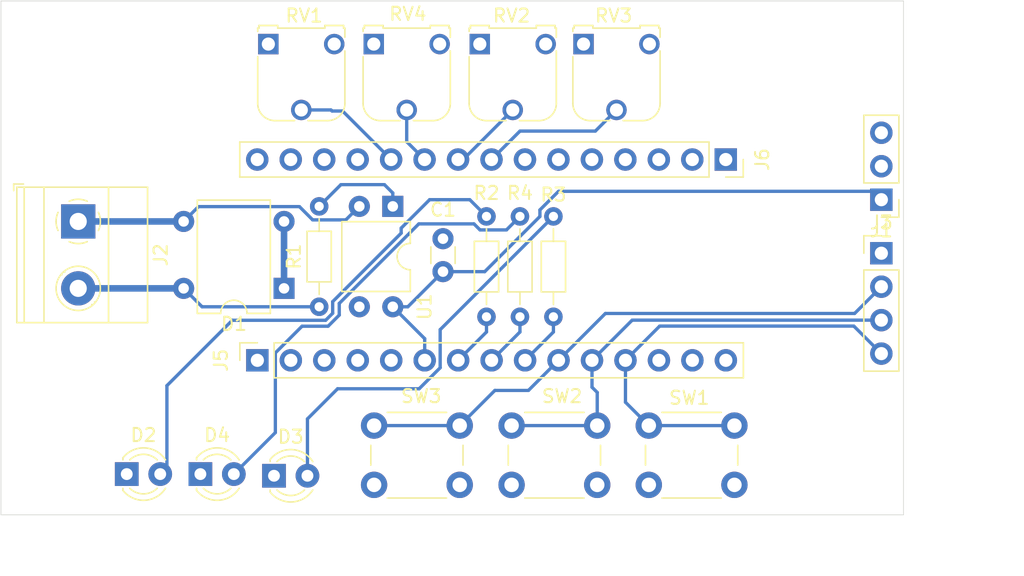
<source format=kicad_pcb>
(kicad_pcb (version 20171130) (host pcbnew "(5.1.12)-1")

  (general
    (thickness 1.6)
    (drawings 6)
    (tracks 87)
    (zones 0)
    (modules 26)
    (nets 38)
  )

  (page A4)
  (layers
    (0 F.Cu signal)
    (31 B.Cu signal)
    (32 B.Adhes user)
    (33 F.Adhes user)
    (34 B.Paste user)
    (35 F.Paste user)
    (36 B.SilkS user)
    (37 F.SilkS user)
    (38 B.Mask user)
    (39 F.Mask user)
    (40 Dwgs.User user)
    (41 Cmts.User user)
    (42 Eco1.User user)
    (43 Eco2.User user)
    (44 Edge.Cuts user)
    (45 Margin user)
    (46 B.CrtYd user)
    (47 F.CrtYd user)
    (48 B.Fab user)
    (49 F.Fab user hide)
  )

  (setup
    (last_trace_width 0.25)
    (user_trace_width 0.5)
    (trace_clearance 0.2)
    (zone_clearance 0.508)
    (zone_45_only no)
    (trace_min 0.2)
    (via_size 0.8)
    (via_drill 0.4)
    (via_min_size 0.4)
    (via_min_drill 0.3)
    (uvia_size 0.3)
    (uvia_drill 0.1)
    (uvias_allowed no)
    (uvia_min_size 0.2)
    (uvia_min_drill 0.1)
    (edge_width 0.05)
    (segment_width 0.2)
    (pcb_text_width 0.3)
    (pcb_text_size 1.5 1.5)
    (mod_edge_width 0.12)
    (mod_text_size 1 1)
    (mod_text_width 0.15)
    (pad_size 1.524 1.524)
    (pad_drill 0.762)
    (pad_to_mask_clearance 0)
    (aux_axis_origin 0 0)
    (visible_elements 7FFFFFFF)
    (pcbplotparams
      (layerselection 0x010fc_ffffffff)
      (usegerberextensions false)
      (usegerberattributes true)
      (usegerberadvancedattributes true)
      (creategerberjobfile true)
      (excludeedgelayer true)
      (linewidth 0.100000)
      (plotframeref false)
      (viasonmask false)
      (mode 1)
      (useauxorigin false)
      (hpglpennumber 1)
      (hpglpenspeed 20)
      (hpglpendiameter 15.000000)
      (psnegative false)
      (psa4output false)
      (plotreference true)
      (plotvalue true)
      (plotinvisibletext false)
      (padsonsilk false)
      (subtractmaskfromsilk false)
      (outputformat 1)
      (mirror false)
      (drillshape 1)
      (scaleselection 1)
      (outputdirectory ""))
  )

  (net 0 "")
  (net 1 GND)
  (net 2 +5V)
  (net 3 /newTrain)
  (net 4 /brake)
  (net 5 /teach)
  (net 6 /speed)
  (net 7 /greenStatus)
  (net 8 /wait)
  (net 9 /yellowStatus)
  (net 10 /redStatus)
  (net 11 /sensor)
  (net 12 "Net-(D1-Pad1)")
  (net 13 "Net-(D1-Pad4)")
  (net 14 "Net-(D1-Pad3)")
  (net 15 "Net-(D2-Pad2)")
  (net 16 "Net-(D3-Pad2)")
  (net 17 "Net-(D4-Pad2)")
  (net 18 "Net-(R1-Pad2)")
  (net 19 /accel)
  (net 20 /ON_OFF)
  (net 21 "Net-(J5-Pad15)")
  (net 22 "Net-(J5-Pad14)")
  (net 23 "Net-(J5-Pad13)")
  (net 24 "Net-(J5-Pad5)")
  (net 25 /gnd)
  (net 26 "Net-(J5-Pad3)")
  (net 27 "Net-(J5-Pad2)")
  (net 28 "Net-(J5-Pad1)")
  (net 29 "Net-(J6-Pad15)")
  (net 30 "Net-(J6-Pad13)")
  (net 31 "Net-(J6-Pad7)")
  (net 32 "Net-(J6-Pad6)")
  (net 33 "Net-(J6-Pad5)")
  (net 34 "Net-(J6-Pad4)")
  (net 35 "Net-(J6-Pad3)")
  (net 36 "Net-(J6-Pad2)")
  (net 37 "Net-(J6-Pad1)")

  (net_class Default "This is the default net class."
    (clearance 0.2)
    (trace_width 0.25)
    (via_dia 0.8)
    (via_drill 0.4)
    (uvia_dia 0.3)
    (uvia_drill 0.1)
    (add_net +5V)
    (add_net /ON_OFF)
    (add_net /accel)
    (add_net /brake)
    (add_net /gnd)
    (add_net /greenStatus)
    (add_net /newTrain)
    (add_net /redStatus)
    (add_net /sensor)
    (add_net /speed)
    (add_net /teach)
    (add_net /wait)
    (add_net /yellowStatus)
    (add_net GND)
    (add_net "Net-(D1-Pad1)")
    (add_net "Net-(D1-Pad3)")
    (add_net "Net-(D1-Pad4)")
    (add_net "Net-(D2-Pad2)")
    (add_net "Net-(D3-Pad2)")
    (add_net "Net-(D4-Pad2)")
    (add_net "Net-(J5-Pad1)")
    (add_net "Net-(J5-Pad13)")
    (add_net "Net-(J5-Pad14)")
    (add_net "Net-(J5-Pad15)")
    (add_net "Net-(J5-Pad2)")
    (add_net "Net-(J5-Pad3)")
    (add_net "Net-(J5-Pad5)")
    (add_net "Net-(J6-Pad1)")
    (add_net "Net-(J6-Pad13)")
    (add_net "Net-(J6-Pad15)")
    (add_net "Net-(J6-Pad2)")
    (add_net "Net-(J6-Pad3)")
    (add_net "Net-(J6-Pad4)")
    (add_net "Net-(J6-Pad5)")
    (add_net "Net-(J6-Pad6)")
    (add_net "Net-(J6-Pad7)")
    (add_net "Net-(R1-Pad2)")
  )

  (module Button_Switch_THT:SW_PUSH_6mm_H4.3mm (layer F.Cu) (tedit 5A02FE31) (tstamp 62278A5A)
    (at 75.819 106.227 180)
    (descr "tactile push button, 6x6mm e.g. PHAP33xx series, height=4.3mm")
    (tags "tact sw push 6mm")
    (path /622C562A)
    (fp_text reference SW3 (at 2.921 6.731) (layer F.SilkS)
      (effects (font (size 1 1) (thickness 0.15)))
    )
    (fp_text value SW_SPST (at 3.75 6.7) (layer F.Fab)
      (effects (font (size 1 1) (thickness 0.15)))
    )
    (fp_text user %R (at 3.25 2.25) (layer F.Fab)
      (effects (font (size 1 1) (thickness 0.15)))
    )
    (fp_line (start 3.25 -0.75) (end 6.25 -0.75) (layer F.Fab) (width 0.1))
    (fp_line (start 6.25 -0.75) (end 6.25 5.25) (layer F.Fab) (width 0.1))
    (fp_line (start 6.25 5.25) (end 0.25 5.25) (layer F.Fab) (width 0.1))
    (fp_line (start 0.25 5.25) (end 0.25 -0.75) (layer F.Fab) (width 0.1))
    (fp_line (start 0.25 -0.75) (end 3.25 -0.75) (layer F.Fab) (width 0.1))
    (fp_line (start 7.75 6) (end 8 6) (layer F.CrtYd) (width 0.05))
    (fp_line (start 8 6) (end 8 5.75) (layer F.CrtYd) (width 0.05))
    (fp_line (start 7.75 -1.5) (end 8 -1.5) (layer F.CrtYd) (width 0.05))
    (fp_line (start 8 -1.5) (end 8 -1.25) (layer F.CrtYd) (width 0.05))
    (fp_line (start -1.5 -1.25) (end -1.5 -1.5) (layer F.CrtYd) (width 0.05))
    (fp_line (start -1.5 -1.5) (end -1.25 -1.5) (layer F.CrtYd) (width 0.05))
    (fp_line (start -1.5 5.75) (end -1.5 6) (layer F.CrtYd) (width 0.05))
    (fp_line (start -1.5 6) (end -1.25 6) (layer F.CrtYd) (width 0.05))
    (fp_line (start -1.25 -1.5) (end 7.75 -1.5) (layer F.CrtYd) (width 0.05))
    (fp_line (start -1.5 5.75) (end -1.5 -1.25) (layer F.CrtYd) (width 0.05))
    (fp_line (start 7.75 6) (end -1.25 6) (layer F.CrtYd) (width 0.05))
    (fp_line (start 8 -1.25) (end 8 5.75) (layer F.CrtYd) (width 0.05))
    (fp_line (start 1 5.5) (end 5.5 5.5) (layer F.SilkS) (width 0.12))
    (fp_line (start -0.25 1.5) (end -0.25 3) (layer F.SilkS) (width 0.12))
    (fp_line (start 5.5 -1) (end 1 -1) (layer F.SilkS) (width 0.12))
    (fp_line (start 6.75 3) (end 6.75 1.5) (layer F.SilkS) (width 0.12))
    (fp_circle (center 3.25 2.25) (end 1.25 2.5) (layer F.Fab) (width 0.1))
    (pad 1 thru_hole circle (at 6.5 0 270) (size 2 2) (drill 1.1) (layers *.Cu *.Mask)
      (net 1 GND))
    (pad 2 thru_hole circle (at 6.5 4.5 270) (size 2 2) (drill 1.1) (layers *.Cu *.Mask)
      (net 3 /newTrain))
    (pad 1 thru_hole circle (at 0 0 270) (size 2 2) (drill 1.1) (layers *.Cu *.Mask)
      (net 1 GND))
    (pad 2 thru_hole circle (at 0 4.5 270) (size 2 2) (drill 1.1) (layers *.Cu *.Mask)
      (net 3 /newTrain))
    (model ${KISYS3DMOD}/Button_Switch_THT.3dshapes/SW_PUSH_6mm_H4.3mm.wrl
      (at (xyz 0 0 0))
      (scale (xyz 1 1 1))
      (rotate (xyz 0 0 0))
    )
  )

  (module Button_Switch_THT:SW_PUSH_6mm_H4.3mm (layer F.Cu) (tedit 5A02FE31) (tstamp 62278A3B)
    (at 86.256 106.227 180)
    (descr "tactile push button, 6x6mm e.g. PHAP33xx series, height=4.3mm")
    (tags "tact sw push 6mm")
    (path /622C27CE)
    (fp_text reference SW2 (at 2.667 6.731) (layer F.SilkS)
      (effects (font (size 1 1) (thickness 0.15)))
    )
    (fp_text value SW_SPST (at 3.75 6.7) (layer F.Fab)
      (effects (font (size 1 1) (thickness 0.15)))
    )
    (fp_text user %R (at 3.25 2.25) (layer F.Fab)
      (effects (font (size 1 1) (thickness 0.15)))
    )
    (fp_line (start 3.25 -0.75) (end 6.25 -0.75) (layer F.Fab) (width 0.1))
    (fp_line (start 6.25 -0.75) (end 6.25 5.25) (layer F.Fab) (width 0.1))
    (fp_line (start 6.25 5.25) (end 0.25 5.25) (layer F.Fab) (width 0.1))
    (fp_line (start 0.25 5.25) (end 0.25 -0.75) (layer F.Fab) (width 0.1))
    (fp_line (start 0.25 -0.75) (end 3.25 -0.75) (layer F.Fab) (width 0.1))
    (fp_line (start 7.75 6) (end 8 6) (layer F.CrtYd) (width 0.05))
    (fp_line (start 8 6) (end 8 5.75) (layer F.CrtYd) (width 0.05))
    (fp_line (start 7.75 -1.5) (end 8 -1.5) (layer F.CrtYd) (width 0.05))
    (fp_line (start 8 -1.5) (end 8 -1.25) (layer F.CrtYd) (width 0.05))
    (fp_line (start -1.5 -1.25) (end -1.5 -1.5) (layer F.CrtYd) (width 0.05))
    (fp_line (start -1.5 -1.5) (end -1.25 -1.5) (layer F.CrtYd) (width 0.05))
    (fp_line (start -1.5 5.75) (end -1.5 6) (layer F.CrtYd) (width 0.05))
    (fp_line (start -1.5 6) (end -1.25 6) (layer F.CrtYd) (width 0.05))
    (fp_line (start -1.25 -1.5) (end 7.75 -1.5) (layer F.CrtYd) (width 0.05))
    (fp_line (start -1.5 5.75) (end -1.5 -1.25) (layer F.CrtYd) (width 0.05))
    (fp_line (start 7.75 6) (end -1.25 6) (layer F.CrtYd) (width 0.05))
    (fp_line (start 8 -1.25) (end 8 5.75) (layer F.CrtYd) (width 0.05))
    (fp_line (start 1 5.5) (end 5.5 5.5) (layer F.SilkS) (width 0.12))
    (fp_line (start -0.25 1.5) (end -0.25 3) (layer F.SilkS) (width 0.12))
    (fp_line (start 5.5 -1) (end 1 -1) (layer F.SilkS) (width 0.12))
    (fp_line (start 6.75 3) (end 6.75 1.5) (layer F.SilkS) (width 0.12))
    (fp_circle (center 3.25 2.25) (end 1.25 2.5) (layer F.Fab) (width 0.1))
    (pad 1 thru_hole circle (at 6.5 0 270) (size 2 2) (drill 1.1) (layers *.Cu *.Mask)
      (net 1 GND))
    (pad 2 thru_hole circle (at 6.5 4.5 270) (size 2 2) (drill 1.1) (layers *.Cu *.Mask)
      (net 5 /teach))
    (pad 1 thru_hole circle (at 0 0 270) (size 2 2) (drill 1.1) (layers *.Cu *.Mask)
      (net 1 GND))
    (pad 2 thru_hole circle (at 0 4.5 270) (size 2 2) (drill 1.1) (layers *.Cu *.Mask)
      (net 5 /teach))
    (model ${KISYS3DMOD}/Button_Switch_THT.3dshapes/SW_PUSH_6mm_H4.3mm.wrl
      (at (xyz 0 0 0))
      (scale (xyz 1 1 1))
      (rotate (xyz 0 0 0))
    )
  )

  (module Button_Switch_THT:SW_PUSH_6mm_H4.3mm (layer F.Cu) (tedit 5A02FE31) (tstamp 62278A1C)
    (at 96.67 106.227 180)
    (descr "tactile push button, 6x6mm e.g. PHAP33xx series, height=4.3mm")
    (tags "tact sw push 6mm")
    (path /622C2322)
    (fp_text reference SW1 (at 3.429 6.604) (layer F.SilkS)
      (effects (font (size 1 1) (thickness 0.15)))
    )
    (fp_text value SW_SPST (at 3.75 6.7) (layer F.Fab)
      (effects (font (size 1 1) (thickness 0.15)))
    )
    (fp_text user %R (at 3.25 2.25) (layer F.Fab)
      (effects (font (size 1 1) (thickness 0.15)))
    )
    (fp_line (start 3.25 -0.75) (end 6.25 -0.75) (layer F.Fab) (width 0.1))
    (fp_line (start 6.25 -0.75) (end 6.25 5.25) (layer F.Fab) (width 0.1))
    (fp_line (start 6.25 5.25) (end 0.25 5.25) (layer F.Fab) (width 0.1))
    (fp_line (start 0.25 5.25) (end 0.25 -0.75) (layer F.Fab) (width 0.1))
    (fp_line (start 0.25 -0.75) (end 3.25 -0.75) (layer F.Fab) (width 0.1))
    (fp_line (start 7.75 6) (end 8 6) (layer F.CrtYd) (width 0.05))
    (fp_line (start 8 6) (end 8 5.75) (layer F.CrtYd) (width 0.05))
    (fp_line (start 7.75 -1.5) (end 8 -1.5) (layer F.CrtYd) (width 0.05))
    (fp_line (start 8 -1.5) (end 8 -1.25) (layer F.CrtYd) (width 0.05))
    (fp_line (start -1.5 -1.25) (end -1.5 -1.5) (layer F.CrtYd) (width 0.05))
    (fp_line (start -1.5 -1.5) (end -1.25 -1.5) (layer F.CrtYd) (width 0.05))
    (fp_line (start -1.5 5.75) (end -1.5 6) (layer F.CrtYd) (width 0.05))
    (fp_line (start -1.5 6) (end -1.25 6) (layer F.CrtYd) (width 0.05))
    (fp_line (start -1.25 -1.5) (end 7.75 -1.5) (layer F.CrtYd) (width 0.05))
    (fp_line (start -1.5 5.75) (end -1.5 -1.25) (layer F.CrtYd) (width 0.05))
    (fp_line (start 7.75 6) (end -1.25 6) (layer F.CrtYd) (width 0.05))
    (fp_line (start 8 -1.25) (end 8 5.75) (layer F.CrtYd) (width 0.05))
    (fp_line (start 1 5.5) (end 5.5 5.5) (layer F.SilkS) (width 0.12))
    (fp_line (start -0.25 1.5) (end -0.25 3) (layer F.SilkS) (width 0.12))
    (fp_line (start 5.5 -1) (end 1 -1) (layer F.SilkS) (width 0.12))
    (fp_line (start 6.75 3) (end 6.75 1.5) (layer F.SilkS) (width 0.12))
    (fp_circle (center 3.25 2.25) (end 1.25 2.5) (layer F.Fab) (width 0.1))
    (pad 1 thru_hole circle (at 6.5 0 270) (size 2 2) (drill 1.1) (layers *.Cu *.Mask)
      (net 1 GND))
    (pad 2 thru_hole circle (at 6.5 4.5 270) (size 2 2) (drill 1.1) (layers *.Cu *.Mask)
      (net 20 /ON_OFF))
    (pad 1 thru_hole circle (at 0 0 270) (size 2 2) (drill 1.1) (layers *.Cu *.Mask)
      (net 1 GND))
    (pad 2 thru_hole circle (at 0 4.5 270) (size 2 2) (drill 1.1) (layers *.Cu *.Mask)
      (net 20 /ON_OFF))
    (model ${KISYS3DMOD}/Button_Switch_THT.3dshapes/SW_PUSH_6mm_H4.3mm.wrl
      (at (xyz 0 0 0))
      (scale (xyz 1 1 1))
      (rotate (xyz 0 0 0))
    )
  )

  (module Connector_PinHeader_2.54mm:PinHeader_1x04_P2.54mm_Vertical (layer F.Cu) (tedit 59FED5CC) (tstamp 62262A1B)
    (at 107.823 88.646)
    (descr "Through hole straight pin header, 1x04, 2.54mm pitch, single row")
    (tags "Through hole pin header THT 1x04 2.54mm single row")
    (path /622D8B4E)
    (fp_text reference J3 (at 0 -2.33) (layer F.SilkS)
      (effects (font (size 1 1) (thickness 0.15)))
    )
    (fp_text value externalSw (at 0 9.95) (layer F.Fab)
      (effects (font (size 1 1) (thickness 0.15)))
    )
    (fp_text user %R (at 0 3.81 90) (layer F.Fab)
      (effects (font (size 1 1) (thickness 0.15)))
    )
    (fp_line (start -0.635 -1.27) (end 1.27 -1.27) (layer F.Fab) (width 0.1))
    (fp_line (start 1.27 -1.27) (end 1.27 8.89) (layer F.Fab) (width 0.1))
    (fp_line (start 1.27 8.89) (end -1.27 8.89) (layer F.Fab) (width 0.1))
    (fp_line (start -1.27 8.89) (end -1.27 -0.635) (layer F.Fab) (width 0.1))
    (fp_line (start -1.27 -0.635) (end -0.635 -1.27) (layer F.Fab) (width 0.1))
    (fp_line (start -1.33 8.95) (end 1.33 8.95) (layer F.SilkS) (width 0.12))
    (fp_line (start -1.33 1.27) (end -1.33 8.95) (layer F.SilkS) (width 0.12))
    (fp_line (start 1.33 1.27) (end 1.33 8.95) (layer F.SilkS) (width 0.12))
    (fp_line (start -1.33 1.27) (end 1.33 1.27) (layer F.SilkS) (width 0.12))
    (fp_line (start -1.33 0) (end -1.33 -1.33) (layer F.SilkS) (width 0.12))
    (fp_line (start -1.33 -1.33) (end 0 -1.33) (layer F.SilkS) (width 0.12))
    (fp_line (start -1.8 -1.8) (end -1.8 9.4) (layer F.CrtYd) (width 0.05))
    (fp_line (start -1.8 9.4) (end 1.8 9.4) (layer F.CrtYd) (width 0.05))
    (fp_line (start 1.8 9.4) (end 1.8 -1.8) (layer F.CrtYd) (width 0.05))
    (fp_line (start 1.8 -1.8) (end -1.8 -1.8) (layer F.CrtYd) (width 0.05))
    (pad 4 thru_hole oval (at 0 7.62) (size 1.7 1.7) (drill 1) (layers *.Cu *.Mask)
      (net 20 /ON_OFF))
    (pad 3 thru_hole oval (at 0 5.08) (size 1.7 1.7) (drill 1) (layers *.Cu *.Mask)
      (net 5 /teach))
    (pad 2 thru_hole oval (at 0 2.54) (size 1.7 1.7) (drill 1) (layers *.Cu *.Mask)
      (net 3 /newTrain))
    (pad 1 thru_hole rect (at 0 0) (size 1.7 1.7) (drill 1) (layers *.Cu *.Mask)
      (net 1 GND))
    (model ${KISYS3DMOD}/Connector_PinHeader_2.54mm.3dshapes/PinHeader_1x04_P2.54mm_Vertical.wrl
      (at (xyz 0 0 0))
      (scale (xyz 1 1 1))
      (rotate (xyz 0 0 0))
    )
  )

  (module Connector_PinSocket_2.54mm:PinSocket_1x15_P2.54mm_Vertical (layer F.Cu) (tedit 5A19A41D) (tstamp 62271DEB)
    (at 96.012 81.534 270)
    (descr "Through hole straight socket strip, 1x15, 2.54mm pitch, single row (from Kicad 4.0.7), script generated")
    (tags "Through hole socket strip THT 1x15 2.54mm single row")
    (path /623655FD)
    (fp_text reference J6 (at 0 -2.77 90) (layer F.SilkS)
      (effects (font (size 1 1) (thickness 0.15)))
    )
    (fp_text value Conn_01x15_Female (at 0 38.33 90) (layer F.Fab)
      (effects (font (size 1 1) (thickness 0.15)))
    )
    (fp_line (start -1.8 37.3) (end -1.8 -1.8) (layer F.CrtYd) (width 0.05))
    (fp_line (start 1.75 37.3) (end -1.8 37.3) (layer F.CrtYd) (width 0.05))
    (fp_line (start 1.75 -1.8) (end 1.75 37.3) (layer F.CrtYd) (width 0.05))
    (fp_line (start -1.8 -1.8) (end 1.75 -1.8) (layer F.CrtYd) (width 0.05))
    (fp_line (start 0 -1.33) (end 1.33 -1.33) (layer F.SilkS) (width 0.12))
    (fp_line (start 1.33 -1.33) (end 1.33 0) (layer F.SilkS) (width 0.12))
    (fp_line (start 1.33 1.27) (end 1.33 36.89) (layer F.SilkS) (width 0.12))
    (fp_line (start -1.33 36.89) (end 1.33 36.89) (layer F.SilkS) (width 0.12))
    (fp_line (start -1.33 1.27) (end -1.33 36.89) (layer F.SilkS) (width 0.12))
    (fp_line (start -1.33 1.27) (end 1.33 1.27) (layer F.SilkS) (width 0.12))
    (fp_line (start -1.27 36.83) (end -1.27 -1.27) (layer F.Fab) (width 0.1))
    (fp_line (start 1.27 36.83) (end -1.27 36.83) (layer F.Fab) (width 0.1))
    (fp_line (start 1.27 -0.635) (end 1.27 36.83) (layer F.Fab) (width 0.1))
    (fp_line (start 0.635 -1.27) (end 1.27 -0.635) (layer F.Fab) (width 0.1))
    (fp_line (start -1.27 -1.27) (end 0.635 -1.27) (layer F.Fab) (width 0.1))
    (fp_text user %R (at 0 17.78) (layer F.Fab)
      (effects (font (size 1 1) (thickness 0.15)))
    )
    (pad 15 thru_hole oval (at 0 35.56 270) (size 1.7 1.7) (drill 1) (layers *.Cu *.Mask)
      (net 29 "Net-(J6-Pad15)"))
    (pad 14 thru_hole oval (at 0 33.02 270) (size 1.7 1.7) (drill 1) (layers *.Cu *.Mask)
      (net 1 GND))
    (pad 13 thru_hole oval (at 0 30.48 270) (size 1.7 1.7) (drill 1) (layers *.Cu *.Mask)
      (net 30 "Net-(J6-Pad13)"))
    (pad 12 thru_hole oval (at 0 27.94 270) (size 1.7 1.7) (drill 1) (layers *.Cu *.Mask)
      (net 2 +5V))
    (pad 11 thru_hole oval (at 0 25.4 270) (size 1.7 1.7) (drill 1) (layers *.Cu *.Mask)
      (net 4 /brake))
    (pad 10 thru_hole oval (at 0 22.86 270) (size 1.7 1.7) (drill 1) (layers *.Cu *.Mask)
      (net 19 /accel))
    (pad 9 thru_hole oval (at 0 20.32 270) (size 1.7 1.7) (drill 1) (layers *.Cu *.Mask)
      (net 6 /speed))
    (pad 8 thru_hole oval (at 0 17.78 270) (size 1.7 1.7) (drill 1) (layers *.Cu *.Mask)
      (net 8 /wait))
    (pad 7 thru_hole oval (at 0 15.24 270) (size 1.7 1.7) (drill 1) (layers *.Cu *.Mask)
      (net 31 "Net-(J6-Pad7)"))
    (pad 6 thru_hole oval (at 0 12.7 270) (size 1.7 1.7) (drill 1) (layers *.Cu *.Mask)
      (net 32 "Net-(J6-Pad6)"))
    (pad 5 thru_hole oval (at 0 10.16 270) (size 1.7 1.7) (drill 1) (layers *.Cu *.Mask)
      (net 33 "Net-(J6-Pad5)"))
    (pad 4 thru_hole oval (at 0 7.62 270) (size 1.7 1.7) (drill 1) (layers *.Cu *.Mask)
      (net 34 "Net-(J6-Pad4)"))
    (pad 3 thru_hole oval (at 0 5.08 270) (size 1.7 1.7) (drill 1) (layers *.Cu *.Mask)
      (net 35 "Net-(J6-Pad3)"))
    (pad 2 thru_hole oval (at 0 2.54 270) (size 1.7 1.7) (drill 1) (layers *.Cu *.Mask)
      (net 36 "Net-(J6-Pad2)"))
    (pad 1 thru_hole rect (at 0 0 270) (size 1.7 1.7) (drill 1) (layers *.Cu *.Mask)
      (net 37 "Net-(J6-Pad1)"))
    (model ${KISYS3DMOD}/Connector_PinSocket_2.54mm.3dshapes/PinSocket_1x15_P2.54mm_Vertical.wrl
      (at (xyz 0 0 0))
      (scale (xyz 1 1 1))
      (rotate (xyz 0 0 0))
    )
  )

  (module Connector_PinSocket_2.54mm:PinSocket_1x15_P2.54mm_Vertical (layer F.Cu) (tedit 5A19A41D) (tstamp 62271DC8)
    (at 60.46 96.774 90)
    (descr "Through hole straight socket strip, 1x15, 2.54mm pitch, single row (from Kicad 4.0.7), script generated")
    (tags "Through hole socket strip THT 1x15 2.54mm single row")
    (path /6235D0EB)
    (fp_text reference J5 (at 0 -2.77 90) (layer F.SilkS)
      (effects (font (size 1 1) (thickness 0.15)))
    )
    (fp_text value Conn_01x15_Female (at 0 38.33 90) (layer F.Fab)
      (effects (font (size 1 1) (thickness 0.15)))
    )
    (fp_line (start -1.8 37.3) (end -1.8 -1.8) (layer F.CrtYd) (width 0.05))
    (fp_line (start 1.75 37.3) (end -1.8 37.3) (layer F.CrtYd) (width 0.05))
    (fp_line (start 1.75 -1.8) (end 1.75 37.3) (layer F.CrtYd) (width 0.05))
    (fp_line (start -1.8 -1.8) (end 1.75 -1.8) (layer F.CrtYd) (width 0.05))
    (fp_line (start 0 -1.33) (end 1.33 -1.33) (layer F.SilkS) (width 0.12))
    (fp_line (start 1.33 -1.33) (end 1.33 0) (layer F.SilkS) (width 0.12))
    (fp_line (start 1.33 1.27) (end 1.33 36.89) (layer F.SilkS) (width 0.12))
    (fp_line (start -1.33 36.89) (end 1.33 36.89) (layer F.SilkS) (width 0.12))
    (fp_line (start -1.33 1.27) (end -1.33 36.89) (layer F.SilkS) (width 0.12))
    (fp_line (start -1.33 1.27) (end 1.33 1.27) (layer F.SilkS) (width 0.12))
    (fp_line (start -1.27 36.83) (end -1.27 -1.27) (layer F.Fab) (width 0.1))
    (fp_line (start 1.27 36.83) (end -1.27 36.83) (layer F.Fab) (width 0.1))
    (fp_line (start 1.27 -0.635) (end 1.27 36.83) (layer F.Fab) (width 0.1))
    (fp_line (start 0.635 -1.27) (end 1.27 -0.635) (layer F.Fab) (width 0.1))
    (fp_line (start -1.27 -1.27) (end 0.635 -1.27) (layer F.Fab) (width 0.1))
    (fp_text user %R (at 0 17.78) (layer F.Fab)
      (effects (font (size 1 1) (thickness 0.15)))
    )
    (pad 15 thru_hole oval (at 0 35.56 90) (size 1.7 1.7) (drill 1) (layers *.Cu *.Mask)
      (net 21 "Net-(J5-Pad15)"))
    (pad 14 thru_hole oval (at 0 33.02 90) (size 1.7 1.7) (drill 1) (layers *.Cu *.Mask)
      (net 22 "Net-(J5-Pad14)"))
    (pad 13 thru_hole oval (at 0 30.48 90) (size 1.7 1.7) (drill 1) (layers *.Cu *.Mask)
      (net 23 "Net-(J5-Pad13)"))
    (pad 12 thru_hole oval (at 0 27.94 90) (size 1.7 1.7) (drill 1) (layers *.Cu *.Mask)
      (net 20 /ON_OFF))
    (pad 11 thru_hole oval (at 0 25.4 90) (size 1.7 1.7) (drill 1) (layers *.Cu *.Mask)
      (net 5 /teach))
    (pad 10 thru_hole oval (at 0 22.86 90) (size 1.7 1.7) (drill 1) (layers *.Cu *.Mask)
      (net 3 /newTrain))
    (pad 9 thru_hole oval (at 0 20.32 90) (size 1.7 1.7) (drill 1) (layers *.Cu *.Mask)
      (net 7 /greenStatus))
    (pad 8 thru_hole oval (at 0 17.78 90) (size 1.7 1.7) (drill 1) (layers *.Cu *.Mask)
      (net 9 /yellowStatus))
    (pad 7 thru_hole oval (at 0 15.24 90) (size 1.7 1.7) (drill 1) (layers *.Cu *.Mask)
      (net 10 /redStatus))
    (pad 6 thru_hole oval (at 0 12.7 90) (size 1.7 1.7) (drill 1) (layers *.Cu *.Mask)
      (net 11 /sensor))
    (pad 5 thru_hole oval (at 0 10.16 90) (size 1.7 1.7) (drill 1) (layers *.Cu *.Mask)
      (net 24 "Net-(J5-Pad5)"))
    (pad 4 thru_hole oval (at 0 7.62 90) (size 1.7 1.7) (drill 1) (layers *.Cu *.Mask)
      (net 25 /gnd))
    (pad 3 thru_hole oval (at 0 5.08 90) (size 1.7 1.7) (drill 1) (layers *.Cu *.Mask)
      (net 26 "Net-(J5-Pad3)"))
    (pad 2 thru_hole oval (at 0 2.54 90) (size 1.7 1.7) (drill 1) (layers *.Cu *.Mask)
      (net 27 "Net-(J5-Pad2)"))
    (pad 1 thru_hole rect (at 0 0 90) (size 1.7 1.7) (drill 1) (layers *.Cu *.Mask)
      (net 28 "Net-(J5-Pad1)"))
    (model ${KISYS3DMOD}/Connector_PinSocket_2.54mm.3dshapes/PinSocket_1x15_P2.54mm_Vertical.wrl
      (at (xyz 0 0 0))
      (scale (xyz 1 1 1))
      (rotate (xyz 0 0 0))
    )
  )

  (module MountingHole:MountingHole_3.2mm_M3 (layer F.Cu) (tedit 56D1B4CB) (tstamp 62270FB1)
    (at 44.831 104.648)
    (descr "Mounting Hole 3.2mm, no annular, M3")
    (tags "mounting hole 3.2mm no annular m3")
    (attr virtual)
    (fp_text reference REF** (at 0 -4.2) (layer F.Fab)
      (effects (font (size 1 1) (thickness 0.15)))
    )
    (fp_text value MountingHole_3.2mm_M3 (at 0 4.2) (layer F.Fab)
      (effects (font (size 1 1) (thickness 0.15)))
    )
    (fp_circle (center 0 0) (end 3.45 0) (layer F.CrtYd) (width 0.05))
    (fp_circle (center 0 0) (end 3.2 0) (layer Cmts.User) (width 0.15))
    (fp_text user %R (at 0.3 0) (layer F.Fab)
      (effects (font (size 1 1) (thickness 0.15)))
    )
    (pad 1 np_thru_hole circle (at 0 0) (size 3.2 3.2) (drill 3.2) (layers *.Cu *.Mask))
  )

  (module MountingHole:MountingHole_3.2mm_M3 (layer F.Cu) (tedit 56D1B4CB) (tstamp 62270FB1)
    (at 45 73.5)
    (descr "Mounting Hole 3.2mm, no annular, M3")
    (tags "mounting hole 3.2mm no annular m3")
    (attr virtual)
    (fp_text reference REF** (at 0 -4.2) (layer F.Fab)
      (effects (font (size 1 1) (thickness 0.15)))
    )
    (fp_text value MountingHole_3.2mm_M3 (at 0 4.2) (layer F.Fab)
      (effects (font (size 1 1) (thickness 0.15)))
    )
    (fp_circle (center 0 0) (end 3.45 0) (layer F.CrtYd) (width 0.05))
    (fp_circle (center 0 0) (end 3.2 0) (layer Cmts.User) (width 0.15))
    (fp_text user %R (at 0.3 0) (layer F.Fab)
      (effects (font (size 1 1) (thickness 0.15)))
    )
    (pad 1 np_thru_hole circle (at 0 0) (size 3.2 3.2) (drill 3.2) (layers *.Cu *.Mask))
  )

  (module MountingHole:MountingHole_3.2mm_M3 (layer F.Cu) (tedit 56D1B4CB) (tstamp 62270FB1)
    (at 105.537 73.5)
    (descr "Mounting Hole 3.2mm, no annular, M3")
    (tags "mounting hole 3.2mm no annular m3")
    (attr virtual)
    (fp_text reference REF** (at 0 -4.2) (layer F.Fab)
      (effects (font (size 1 1) (thickness 0.15)))
    )
    (fp_text value MountingHole_3.2mm_M3 (at 0 4.2) (layer F.Fab)
      (effects (font (size 1 1) (thickness 0.15)))
    )
    (fp_circle (center 0 0) (end 3.45 0) (layer F.CrtYd) (width 0.05))
    (fp_circle (center 0 0) (end 3.2 0) (layer Cmts.User) (width 0.15))
    (fp_text user %R (at 0.3 0) (layer F.Fab)
      (effects (font (size 1 1) (thickness 0.15)))
    )
    (pad 1 np_thru_hole circle (at 0 0) (size 3.2 3.2) (drill 3.2) (layers *.Cu *.Mask))
  )

  (module MountingHole:MountingHole_3.2mm_M3 (layer F.Cu) (tedit 56D1B4CB) (tstamp 62270F9E)
    (at 105.5 104.5)
    (descr "Mounting Hole 3.2mm, no annular, M3")
    (tags "mounting hole 3.2mm no annular m3")
    (attr virtual)
    (fp_text reference REF** (at 0 -4.2) (layer F.Fab)
      (effects (font (size 1 1) (thickness 0.15)))
    )
    (fp_text value MountingHole_3.2mm_M3 (at 0 4.2) (layer F.Fab)
      (effects (font (size 1 1) (thickness 0.15)))
    )
    (fp_circle (center 0 0) (end 3.45 0) (layer F.CrtYd) (width 0.05))
    (fp_circle (center 0 0) (end 3.2 0) (layer Cmts.User) (width 0.15))
    (fp_text user %R (at 0.3 0) (layer F.Fab)
      (effects (font (size 1 1) (thickness 0.15)))
    )
    (pad 1 np_thru_hole circle (at 0 0) (size 3.2 3.2) (drill 3.2) (layers *.Cu *.Mask))
  )

  (module Diode_THT:Diode_Bridge_DIP-4_W7.62mm_P5.08mm (layer F.Cu) (tedit 5A142105) (tstamp 62262988)
    (at 62.484 91.313 180)
    (descr "4-lead dip package for diode bridges, row spacing 7.62 mm (300 mils), see http://cdn-reichelt.de/documents/datenblatt/A400/HDBL101G_20SERIES-TSC.pdf")
    (tags "DIL DIP PDIP 5.08mm 7.62mm 300mil")
    (path /622678B7)
    (fp_text reference D1 (at 3.8 -2.7) (layer F.SilkS)
      (effects (font (size 1 1) (thickness 0.15)))
    )
    (fp_text value D (at 3.8 7.8) (layer F.Fab)
      (effects (font (size 1 1) (thickness 0.15)))
    )
    (fp_line (start 8.67 6.85) (end -1.05 6.85) (layer F.CrtYd) (width 0.05))
    (fp_line (start 8.67 6.85) (end 8.67 -2.05) (layer F.CrtYd) (width 0.05))
    (fp_line (start -1.05 -2.05) (end -1.05 6.85) (layer F.CrtYd) (width 0.05))
    (fp_line (start -1.05 -2.05) (end 8.67 -2.05) (layer F.CrtYd) (width 0.05))
    (fp_line (start 1.635 -1.8) (end 6.985 -1.8) (layer F.Fab) (width 0.1))
    (fp_line (start 6.985 -1.8) (end 6.985 6.6) (layer F.Fab) (width 0.1))
    (fp_line (start 6.985 6.6) (end 0.635 6.6) (layer F.Fab) (width 0.1))
    (fp_line (start 0.635 6.6) (end 0.635 -0.8) (layer F.Fab) (width 0.1))
    (fp_line (start 0.635 -0.8) (end 1.635 -1.8) (layer F.Fab) (width 0.1))
    (fp_line (start 2.81 -1.9) (end 1.04 -1.9) (layer F.SilkS) (width 0.12))
    (fp_line (start 1.04 -1.9) (end 1.04 6.7) (layer F.SilkS) (width 0.12))
    (fp_line (start 1.04 6.7) (end 6.58 6.7) (layer F.SilkS) (width 0.12))
    (fp_line (start 6.58 6.7) (end 6.58 -1.9) (layer F.SilkS) (width 0.12))
    (fp_line (start 6.58 -1.9) (end 4.81 -1.9) (layer F.SilkS) (width 0.12))
    (fp_arc (start 3.81 -1.9) (end 2.81 -1.9) (angle -180) (layer F.SilkS) (width 0.12))
    (fp_text user %R (at 3.81 2.54) (layer F.Fab)
      (effects (font (size 1 1) (thickness 0.15)))
    )
    (pad 1 thru_hole rect (at 0 0 180) (size 1.6 1.6) (drill 0.8) (layers *.Cu *.Mask)
      (net 12 "Net-(D1-Pad1)"))
    (pad 3 thru_hole oval (at 7.62 5.08 180) (size 1.6 1.6) (drill 0.8) (layers *.Cu *.Mask)
      (net 14 "Net-(D1-Pad3)"))
    (pad 2 thru_hole oval (at 0 5.08 180) (size 1.6 1.6) (drill 0.8) (layers *.Cu *.Mask)
      (net 12 "Net-(D1-Pad1)"))
    (pad 4 thru_hole oval (at 7.62 0 180) (size 1.6 1.6) (drill 0.8) (layers *.Cu *.Mask)
      (net 13 "Net-(D1-Pad4)"))
    (model ${KISYS3DMOD}/Diode_THT.3dshapes/Diode_Bridge_DIP-4_W7.62mm_P5.08mm.wrl
      (at (xyz 0 0 0))
      (scale (xyz 1 1 1))
      (rotate (xyz 0 0 0))
    )
  )

  (module Potentiometer_THT:Potentiometer_Runtron_RM-065_Vertical (layer F.Cu) (tedit 5BF6754C) (tstamp 62264336)
    (at 69.295 72.771)
    (descr "Potentiometer, vertical, Trimmer, RM-065 http://www.runtron.com/down/PDF%20Datasheet/Carbon%20Film%20Potentiometer/RM065%20RM063.pdf")
    (tags "Potentiometer Trimmer RM-065")
    (path /622F493E)
    (fp_text reference RV4 (at 2.587 -2.286) (layer F.SilkS)
      (effects (font (size 1 1) (thickness 0.15)))
    )
    (fp_text value R_POT (at 2.6 7.4) (layer F.Fab)
      (effects (font (size 1 1) (thickness 0.15)))
    )
    (fp_line (start -0.71 -1.41) (end 0.71 -1.41) (layer F.SilkS) (width 0.12))
    (fp_line (start 0.71 -1.21) (end 4.29 -1.21) (layer F.SilkS) (width 0.12))
    (fp_line (start 4.29 -1.21) (end 4.29 -1.41) (layer F.SilkS) (width 0.12))
    (fp_line (start 4.29 -1.41) (end 5.71 -1.41) (layer F.SilkS) (width 0.12))
    (fp_line (start 5.71 -1.41) (end 5.71 -1.21) (layer F.SilkS) (width 0.12))
    (fp_line (start 1.99 5.81) (end 0.5 5.81) (layer F.SilkS) (width 0.12))
    (fp_line (start -0.81 4.5) (end -0.81 0.96) (layer F.SilkS) (width 0.12))
    (fp_line (start 5.81 0.52) (end 5.81 4.5) (layer F.SilkS) (width 0.12))
    (fp_line (start 4.5 5.81) (end 3.01 5.81) (layer F.SilkS) (width 0.12))
    (fp_line (start 0.5 5.7) (end 4.5 5.7) (layer F.Fab) (width 0.1))
    (fp_line (start 5.7 4.5) (end 5.7 -1.1) (layer F.Fab) (width 0.1))
    (fp_line (start -0.7 4.5) (end -0.7 -1.1) (layer F.Fab) (width 0.1))
    (fp_line (start -0.6 -1.1) (end -0.6 -1.3) (layer F.Fab) (width 0.1))
    (fp_line (start -0.6 -1.3) (end 0.6 -1.3) (layer F.Fab) (width 0.1))
    (fp_line (start 0.6 -1.3) (end 0.6 -1.1) (layer F.Fab) (width 0.1))
    (fp_line (start 5.6 -1.1) (end 5.6 -1.3) (layer F.Fab) (width 0.1))
    (fp_line (start 5.6 -1.3) (end 4.41 -1.3) (layer F.Fab) (width 0.1))
    (fp_line (start 4.4 -1.3) (end 4.4 -1.1) (layer F.Fab) (width 0.1))
    (fp_line (start 5.7 -1.1) (end -0.7 -1.1) (layer F.Fab) (width 0.1))
    (fp_line (start 6.05 6.03) (end -1.05 6.03) (layer F.CrtYd) (width 0.05))
    (fp_line (start 6.03 6.05) (end 6.03 -1.55) (layer F.CrtYd) (width 0.05))
    (fp_line (start -1.03 -1.55) (end -1.03 6.05) (layer F.CrtYd) (width 0.05))
    (fp_line (start -1.03 -1.55) (end 6.03 -1.55) (layer F.CrtYd) (width 0.05))
    (fp_circle (center 2.5 2.5) (end 5.5 2.5) (layer F.Fab) (width 0.1))
    (fp_line (start 0.71 -1.21) (end 0.71 -1.41) (layer F.SilkS) (width 0.12))
    (fp_line (start -0.71 -1.41) (end -0.71 -1.21) (layer F.SilkS) (width 0.12))
    (fp_line (start -0.71 -1.21) (end -0.81 -1.21) (layer F.SilkS) (width 0.12))
    (fp_line (start -0.81 -1.21) (end -0.81 -0.96) (layer F.SilkS) (width 0.12))
    (fp_line (start 5.71 -1.21) (end 5.81 -1.21) (layer F.SilkS) (width 0.12))
    (fp_line (start 5.81 -1.21) (end 5.81 -0.52) (layer F.SilkS) (width 0.12))
    (fp_text user %R (at 2.5 2.5) (layer F.Fab)
      (effects (font (size 1 1) (thickness 0.15)))
    )
    (fp_arc (start 4.5 4.5) (end 4.5 5.7) (angle -90) (layer F.Fab) (width 0.1))
    (fp_arc (start 0.5 4.5) (end -0.7 4.5) (angle -90) (layer F.Fab) (width 0.1))
    (fp_arc (start 0.5 4.5) (end -0.81 4.5) (angle -90) (layer F.SilkS) (width 0.12))
    (fp_arc (start 4.5 4.5) (end 4.5 5.81) (angle -90) (layer F.SilkS) (width 0.12))
    (pad 2 thru_hole circle (at 2.5 5) (size 1.55 1.55) (drill 1) (layers *.Cu *.Mask)
      (net 19 /accel))
    (pad 1 thru_hole rect (at 0 0) (size 1.55 1.55) (drill 1) (layers *.Cu *.Mask)
      (net 1 GND))
    (pad 3 thru_hole circle (at 5 0) (size 1.55 1.55) (drill 1) (layers *.Cu *.Mask)
      (net 2 +5V))
    (model ${KISYS3DMOD}/Potentiometer_THT.3dshapes/Potentiometer_Runtron_RM-065_Vertical.wrl
      (at (xyz 0 0 0))
      (scale (xyz 1 1 1))
      (rotate (xyz 0 0 0))
    )
  )

  (module Package_DIP:DIP-4_W7.62mm (layer F.Cu) (tedit 5A02E8C5) (tstamp 62262B39)
    (at 70.739 85.09 270)
    (descr "4-lead though-hole mounted DIP package, row spacing 7.62 mm (300 mils)")
    (tags "THT DIP DIL PDIP 2.54mm 7.62mm 300mil")
    (path /622689B1)
    (fp_text reference U1 (at 7.62 -2.413 270) (layer F.SilkS)
      (effects (font (size 1 1) (thickness 0.15)))
    )
    (fp_text value SFH620A-1 (at 3.81 4.87 90) (layer F.Fab)
      (effects (font (size 1 1) (thickness 0.15)))
    )
    (fp_line (start 1.635 -1.27) (end 6.985 -1.27) (layer F.Fab) (width 0.1))
    (fp_line (start 6.985 -1.27) (end 6.985 3.81) (layer F.Fab) (width 0.1))
    (fp_line (start 6.985 3.81) (end 0.635 3.81) (layer F.Fab) (width 0.1))
    (fp_line (start 0.635 3.81) (end 0.635 -0.27) (layer F.Fab) (width 0.1))
    (fp_line (start 0.635 -0.27) (end 1.635 -1.27) (layer F.Fab) (width 0.1))
    (fp_line (start 2.81 -1.33) (end 1.16 -1.33) (layer F.SilkS) (width 0.12))
    (fp_line (start 1.16 -1.33) (end 1.16 3.87) (layer F.SilkS) (width 0.12))
    (fp_line (start 1.16 3.87) (end 6.46 3.87) (layer F.SilkS) (width 0.12))
    (fp_line (start 6.46 3.87) (end 6.46 -1.33) (layer F.SilkS) (width 0.12))
    (fp_line (start 6.46 -1.33) (end 4.81 -1.33) (layer F.SilkS) (width 0.12))
    (fp_line (start -1.1 -1.55) (end -1.1 4.1) (layer F.CrtYd) (width 0.05))
    (fp_line (start -1.1 4.1) (end 8.7 4.1) (layer F.CrtYd) (width 0.05))
    (fp_line (start 8.7 4.1) (end 8.7 -1.55) (layer F.CrtYd) (width 0.05))
    (fp_line (start 8.7 -1.55) (end -1.1 -1.55) (layer F.CrtYd) (width 0.05))
    (fp_text user %R (at 3.81 1.27 90) (layer F.Fab)
      (effects (font (size 1 1) (thickness 0.15)))
    )
    (fp_arc (start 3.81 -1.33) (end 2.81 -1.33) (angle -180) (layer F.SilkS) (width 0.12))
    (pad 4 thru_hole oval (at 7.62 0 270) (size 1.6 1.6) (drill 0.8) (layers *.Cu *.Mask)
      (net 11 /sensor))
    (pad 2 thru_hole oval (at 0 2.54 270) (size 1.6 1.6) (drill 0.8) (layers *.Cu *.Mask)
      (net 14 "Net-(D1-Pad3)"))
    (pad 3 thru_hole oval (at 7.62 2.54 270) (size 1.6 1.6) (drill 0.8) (layers *.Cu *.Mask)
      (net 1 GND))
    (pad 1 thru_hole rect (at 0 0 270) (size 1.6 1.6) (drill 0.8) (layers *.Cu *.Mask)
      (net 18 "Net-(R1-Pad2)"))
    (model ${KISYS3DMOD}/Package_DIP.3dshapes/DIP-4_W7.62mm.wrl
      (at (xyz 0 0 0))
      (scale (xyz 1 1 1))
      (rotate (xyz 0 0 0))
    )
  )

  (module Potentiometer_THT:Potentiometer_Runtron_RM-065_Vertical (layer F.Cu) (tedit 5BF6754C) (tstamp 62262AF5)
    (at 85.217 72.771)
    (descr "Potentiometer, vertical, Trimmer, RM-065 http://www.runtron.com/down/PDF%20Datasheet/Carbon%20Film%20Potentiometer/RM065%20RM063.pdf")
    (tags "Potentiometer Trimmer RM-065")
    (path /6225EE55)
    (fp_text reference RV3 (at 2.286 -2.159) (layer F.SilkS)
      (effects (font (size 1 1) (thickness 0.15)))
    )
    (fp_text value R_POT (at 2.6 7.4) (layer F.Fab)
      (effects (font (size 1 1) (thickness 0.15)))
    )
    (fp_line (start 5.81 -1.21) (end 5.81 -0.52) (layer F.SilkS) (width 0.12))
    (fp_line (start 5.71 -1.21) (end 5.81 -1.21) (layer F.SilkS) (width 0.12))
    (fp_line (start -0.81 -1.21) (end -0.81 -0.96) (layer F.SilkS) (width 0.12))
    (fp_line (start -0.71 -1.21) (end -0.81 -1.21) (layer F.SilkS) (width 0.12))
    (fp_line (start -0.71 -1.41) (end -0.71 -1.21) (layer F.SilkS) (width 0.12))
    (fp_line (start 0.71 -1.21) (end 0.71 -1.41) (layer F.SilkS) (width 0.12))
    (fp_circle (center 2.5 2.5) (end 5.5 2.5) (layer F.Fab) (width 0.1))
    (fp_line (start -1.03 -1.55) (end 6.03 -1.55) (layer F.CrtYd) (width 0.05))
    (fp_line (start -1.03 -1.55) (end -1.03 6.05) (layer F.CrtYd) (width 0.05))
    (fp_line (start 6.03 6.05) (end 6.03 -1.55) (layer F.CrtYd) (width 0.05))
    (fp_line (start 6.05 6.03) (end -1.05 6.03) (layer F.CrtYd) (width 0.05))
    (fp_line (start 5.7 -1.1) (end -0.7 -1.1) (layer F.Fab) (width 0.1))
    (fp_line (start 4.4 -1.3) (end 4.4 -1.1) (layer F.Fab) (width 0.1))
    (fp_line (start 5.6 -1.3) (end 4.41 -1.3) (layer F.Fab) (width 0.1))
    (fp_line (start 5.6 -1.1) (end 5.6 -1.3) (layer F.Fab) (width 0.1))
    (fp_line (start 0.6 -1.3) (end 0.6 -1.1) (layer F.Fab) (width 0.1))
    (fp_line (start -0.6 -1.3) (end 0.6 -1.3) (layer F.Fab) (width 0.1))
    (fp_line (start -0.6 -1.1) (end -0.6 -1.3) (layer F.Fab) (width 0.1))
    (fp_line (start -0.7 4.5) (end -0.7 -1.1) (layer F.Fab) (width 0.1))
    (fp_line (start 5.7 4.5) (end 5.7 -1.1) (layer F.Fab) (width 0.1))
    (fp_line (start 0.5 5.7) (end 4.5 5.7) (layer F.Fab) (width 0.1))
    (fp_line (start 4.5 5.81) (end 3.01 5.81) (layer F.SilkS) (width 0.12))
    (fp_line (start 5.81 0.52) (end 5.81 4.5) (layer F.SilkS) (width 0.12))
    (fp_line (start -0.81 4.5) (end -0.81 0.96) (layer F.SilkS) (width 0.12))
    (fp_line (start 1.99 5.81) (end 0.5 5.81) (layer F.SilkS) (width 0.12))
    (fp_line (start 5.71 -1.41) (end 5.71 -1.21) (layer F.SilkS) (width 0.12))
    (fp_line (start 4.29 -1.41) (end 5.71 -1.41) (layer F.SilkS) (width 0.12))
    (fp_line (start 4.29 -1.21) (end 4.29 -1.41) (layer F.SilkS) (width 0.12))
    (fp_line (start 0.71 -1.21) (end 4.29 -1.21) (layer F.SilkS) (width 0.12))
    (fp_line (start -0.71 -1.41) (end 0.71 -1.41) (layer F.SilkS) (width 0.12))
    (fp_text user %R (at 2.5 2.5) (layer F.Fab)
      (effects (font (size 1 1) (thickness 0.15)))
    )
    (fp_arc (start 4.5 4.5) (end 4.5 5.7) (angle -90) (layer F.Fab) (width 0.1))
    (fp_arc (start 0.5 4.5) (end -0.7 4.5) (angle -90) (layer F.Fab) (width 0.1))
    (fp_arc (start 0.5 4.5) (end -0.81 4.5) (angle -90) (layer F.SilkS) (width 0.12))
    (fp_arc (start 4.5 4.5) (end 4.5 5.81) (angle -90) (layer F.SilkS) (width 0.12))
    (pad 2 thru_hole circle (at 2.5 5) (size 1.55 1.55) (drill 1) (layers *.Cu *.Mask)
      (net 8 /wait))
    (pad 1 thru_hole rect (at 0 0) (size 1.55 1.55) (drill 1) (layers *.Cu *.Mask)
      (net 1 GND))
    (pad 3 thru_hole circle (at 5 0) (size 1.55 1.55) (drill 1) (layers *.Cu *.Mask)
      (net 2 +5V))
    (model ${KISYS3DMOD}/Potentiometer_THT.3dshapes/Potentiometer_Runtron_RM-065_Vertical.wrl
      (at (xyz 0 0 0))
      (scale (xyz 1 1 1))
      (rotate (xyz 0 0 0))
    )
  )

  (module Potentiometer_THT:Potentiometer_Runtron_RM-065_Vertical (layer F.Cu) (tedit 5BF6754C) (tstamp 62262ACB)
    (at 77.343 72.771)
    (descr "Potentiometer, vertical, Trimmer, RM-065 http://www.runtron.com/down/PDF%20Datasheet/Carbon%20Film%20Potentiometer/RM065%20RM063.pdf")
    (tags "Potentiometer Trimmer RM-065")
    (path /6225EAAC)
    (fp_text reference RV2 (at 2.413 -2.159) (layer F.SilkS)
      (effects (font (size 1 1) (thickness 0.15)))
    )
    (fp_text value R_POT (at 2.6 7.4) (layer F.Fab)
      (effects (font (size 1 1) (thickness 0.15)))
    )
    (fp_line (start 5.81 -1.21) (end 5.81 -0.52) (layer F.SilkS) (width 0.12))
    (fp_line (start 5.71 -1.21) (end 5.81 -1.21) (layer F.SilkS) (width 0.12))
    (fp_line (start -0.81 -1.21) (end -0.81 -0.96) (layer F.SilkS) (width 0.12))
    (fp_line (start -0.71 -1.21) (end -0.81 -1.21) (layer F.SilkS) (width 0.12))
    (fp_line (start -0.71 -1.41) (end -0.71 -1.21) (layer F.SilkS) (width 0.12))
    (fp_line (start 0.71 -1.21) (end 0.71 -1.41) (layer F.SilkS) (width 0.12))
    (fp_circle (center 2.5 2.5) (end 5.5 2.5) (layer F.Fab) (width 0.1))
    (fp_line (start -1.03 -1.55) (end 6.03 -1.55) (layer F.CrtYd) (width 0.05))
    (fp_line (start -1.03 -1.55) (end -1.03 6.05) (layer F.CrtYd) (width 0.05))
    (fp_line (start 6.03 6.05) (end 6.03 -1.55) (layer F.CrtYd) (width 0.05))
    (fp_line (start 6.05 6.03) (end -1.05 6.03) (layer F.CrtYd) (width 0.05))
    (fp_line (start 5.7 -1.1) (end -0.7 -1.1) (layer F.Fab) (width 0.1))
    (fp_line (start 4.4 -1.3) (end 4.4 -1.1) (layer F.Fab) (width 0.1))
    (fp_line (start 5.6 -1.3) (end 4.41 -1.3) (layer F.Fab) (width 0.1))
    (fp_line (start 5.6 -1.1) (end 5.6 -1.3) (layer F.Fab) (width 0.1))
    (fp_line (start 0.6 -1.3) (end 0.6 -1.1) (layer F.Fab) (width 0.1))
    (fp_line (start -0.6 -1.3) (end 0.6 -1.3) (layer F.Fab) (width 0.1))
    (fp_line (start -0.6 -1.1) (end -0.6 -1.3) (layer F.Fab) (width 0.1))
    (fp_line (start -0.7 4.5) (end -0.7 -1.1) (layer F.Fab) (width 0.1))
    (fp_line (start 5.7 4.5) (end 5.7 -1.1) (layer F.Fab) (width 0.1))
    (fp_line (start 0.5 5.7) (end 4.5 5.7) (layer F.Fab) (width 0.1))
    (fp_line (start 4.5 5.81) (end 3.01 5.81) (layer F.SilkS) (width 0.12))
    (fp_line (start 5.81 0.52) (end 5.81 4.5) (layer F.SilkS) (width 0.12))
    (fp_line (start -0.81 4.5) (end -0.81 0.96) (layer F.SilkS) (width 0.12))
    (fp_line (start 1.99 5.81) (end 0.5 5.81) (layer F.SilkS) (width 0.12))
    (fp_line (start 5.71 -1.41) (end 5.71 -1.21) (layer F.SilkS) (width 0.12))
    (fp_line (start 4.29 -1.41) (end 5.71 -1.41) (layer F.SilkS) (width 0.12))
    (fp_line (start 4.29 -1.21) (end 4.29 -1.41) (layer F.SilkS) (width 0.12))
    (fp_line (start 0.71 -1.21) (end 4.29 -1.21) (layer F.SilkS) (width 0.12))
    (fp_line (start -0.71 -1.41) (end 0.71 -1.41) (layer F.SilkS) (width 0.12))
    (fp_text user %R (at 2.5 2.5) (layer F.Fab)
      (effects (font (size 1 1) (thickness 0.15)))
    )
    (fp_arc (start 4.5 4.5) (end 4.5 5.7) (angle -90) (layer F.Fab) (width 0.1))
    (fp_arc (start 0.5 4.5) (end -0.7 4.5) (angle -90) (layer F.Fab) (width 0.1))
    (fp_arc (start 0.5 4.5) (end -0.81 4.5) (angle -90) (layer F.SilkS) (width 0.12))
    (fp_arc (start 4.5 4.5) (end 4.5 5.81) (angle -90) (layer F.SilkS) (width 0.12))
    (pad 2 thru_hole circle (at 2.5 5) (size 1.55 1.55) (drill 1) (layers *.Cu *.Mask)
      (net 6 /speed))
    (pad 1 thru_hole rect (at 0 0) (size 1.55 1.55) (drill 1) (layers *.Cu *.Mask)
      (net 1 GND))
    (pad 3 thru_hole circle (at 5 0) (size 1.55 1.55) (drill 1) (layers *.Cu *.Mask)
      (net 2 +5V))
    (model ${KISYS3DMOD}/Potentiometer_THT.3dshapes/Potentiometer_Runtron_RM-065_Vertical.wrl
      (at (xyz 0 0 0))
      (scale (xyz 1 1 1))
      (rotate (xyz 0 0 0))
    )
  )

  (module Potentiometer_THT:Potentiometer_Runtron_RM-065_Vertical (layer F.Cu) (tedit 5BF6754C) (tstamp 62262AA1)
    (at 61.294 72.771)
    (descr "Potentiometer, vertical, Trimmer, RM-065 http://www.runtron.com/down/PDF%20Datasheet/Carbon%20Film%20Potentiometer/RM065%20RM063.pdf")
    (tags "Potentiometer Trimmer RM-065")
    (path /6225E2D4)
    (fp_text reference RV1 (at 2.714 -2.159) (layer F.SilkS)
      (effects (font (size 1 1) (thickness 0.15)))
    )
    (fp_text value R_POT (at 2.6 7.4) (layer F.Fab)
      (effects (font (size 1 1) (thickness 0.15)))
    )
    (fp_line (start 5.81 -1.21) (end 5.81 -0.52) (layer F.SilkS) (width 0.12))
    (fp_line (start 5.71 -1.21) (end 5.81 -1.21) (layer F.SilkS) (width 0.12))
    (fp_line (start -0.81 -1.21) (end -0.81 -0.96) (layer F.SilkS) (width 0.12))
    (fp_line (start -0.71 -1.21) (end -0.81 -1.21) (layer F.SilkS) (width 0.12))
    (fp_line (start -0.71 -1.41) (end -0.71 -1.21) (layer F.SilkS) (width 0.12))
    (fp_line (start 0.71 -1.21) (end 0.71 -1.41) (layer F.SilkS) (width 0.12))
    (fp_circle (center 2.5 2.5) (end 5.5 2.5) (layer F.Fab) (width 0.1))
    (fp_line (start -1.03 -1.55) (end 6.03 -1.55) (layer F.CrtYd) (width 0.05))
    (fp_line (start -1.03 -1.55) (end -1.03 6.05) (layer F.CrtYd) (width 0.05))
    (fp_line (start 6.03 6.05) (end 6.03 -1.55) (layer F.CrtYd) (width 0.05))
    (fp_line (start 6.05 6.03) (end -1.05 6.03) (layer F.CrtYd) (width 0.05))
    (fp_line (start 5.7 -1.1) (end -0.7 -1.1) (layer F.Fab) (width 0.1))
    (fp_line (start 4.4 -1.3) (end 4.4 -1.1) (layer F.Fab) (width 0.1))
    (fp_line (start 5.6 -1.3) (end 4.41 -1.3) (layer F.Fab) (width 0.1))
    (fp_line (start 5.6 -1.1) (end 5.6 -1.3) (layer F.Fab) (width 0.1))
    (fp_line (start 0.6 -1.3) (end 0.6 -1.1) (layer F.Fab) (width 0.1))
    (fp_line (start -0.6 -1.3) (end 0.6 -1.3) (layer F.Fab) (width 0.1))
    (fp_line (start -0.6 -1.1) (end -0.6 -1.3) (layer F.Fab) (width 0.1))
    (fp_line (start -0.7 4.5) (end -0.7 -1.1) (layer F.Fab) (width 0.1))
    (fp_line (start 5.7 4.5) (end 5.7 -1.1) (layer F.Fab) (width 0.1))
    (fp_line (start 0.5 5.7) (end 4.5 5.7) (layer F.Fab) (width 0.1))
    (fp_line (start 4.5 5.81) (end 3.01 5.81) (layer F.SilkS) (width 0.12))
    (fp_line (start 5.81 0.52) (end 5.81 4.5) (layer F.SilkS) (width 0.12))
    (fp_line (start -0.81 4.5) (end -0.81 0.96) (layer F.SilkS) (width 0.12))
    (fp_line (start 1.99 5.81) (end 0.5 5.81) (layer F.SilkS) (width 0.12))
    (fp_line (start 5.71 -1.41) (end 5.71 -1.21) (layer F.SilkS) (width 0.12))
    (fp_line (start 4.29 -1.41) (end 5.71 -1.41) (layer F.SilkS) (width 0.12))
    (fp_line (start 4.29 -1.21) (end 4.29 -1.41) (layer F.SilkS) (width 0.12))
    (fp_line (start 0.71 -1.21) (end 4.29 -1.21) (layer F.SilkS) (width 0.12))
    (fp_line (start -0.71 -1.41) (end 0.71 -1.41) (layer F.SilkS) (width 0.12))
    (fp_text user %R (at 2.5 2.5) (layer F.Fab)
      (effects (font (size 1 1) (thickness 0.15)))
    )
    (fp_arc (start 4.5 4.5) (end 4.5 5.7) (angle -90) (layer F.Fab) (width 0.1))
    (fp_arc (start 0.5 4.5) (end -0.7 4.5) (angle -90) (layer F.Fab) (width 0.1))
    (fp_arc (start 0.5 4.5) (end -0.81 4.5) (angle -90) (layer F.SilkS) (width 0.12))
    (fp_arc (start 4.5 4.5) (end 4.5 5.81) (angle -90) (layer F.SilkS) (width 0.12))
    (pad 2 thru_hole circle (at 2.5 5) (size 1.55 1.55) (drill 1) (layers *.Cu *.Mask)
      (net 4 /brake))
    (pad 1 thru_hole rect (at 0 0) (size 1.55 1.55) (drill 1) (layers *.Cu *.Mask)
      (net 1 GND))
    (pad 3 thru_hole circle (at 5 0) (size 1.55 1.55) (drill 1) (layers *.Cu *.Mask)
      (net 2 +5V))
    (model ${KISYS3DMOD}/Potentiometer_THT.3dshapes/Potentiometer_Runtron_RM-065_Vertical.wrl
      (at (xyz 0 0 0))
      (scale (xyz 1 1 1))
      (rotate (xyz 0 0 0))
    )
  )

  (module Resistor_THT:R_Axial_DIN0204_L3.6mm_D1.6mm_P7.62mm_Horizontal (layer F.Cu) (tedit 5AE5139B) (tstamp 62262A77)
    (at 80.391 93.472 90)
    (descr "Resistor, Axial_DIN0204 series, Axial, Horizontal, pin pitch=7.62mm, 0.167W, length*diameter=3.6*1.6mm^2, http://cdn-reichelt.de/documents/datenblatt/B400/1_4W%23YAG.pdf")
    (tags "Resistor Axial_DIN0204 series Axial Horizontal pin pitch 7.62mm 0.167W length 3.6mm diameter 1.6mm")
    (path /622BB288)
    (fp_text reference R4 (at 9.398 0 180) (layer F.SilkS)
      (effects (font (size 1 1) (thickness 0.15)))
    )
    (fp_text value R (at 3.81 1.92 90) (layer F.Fab)
      (effects (font (size 1 1) (thickness 0.15)))
    )
    (fp_line (start 2.01 -0.8) (end 2.01 0.8) (layer F.Fab) (width 0.1))
    (fp_line (start 2.01 0.8) (end 5.61 0.8) (layer F.Fab) (width 0.1))
    (fp_line (start 5.61 0.8) (end 5.61 -0.8) (layer F.Fab) (width 0.1))
    (fp_line (start 5.61 -0.8) (end 2.01 -0.8) (layer F.Fab) (width 0.1))
    (fp_line (start 0 0) (end 2.01 0) (layer F.Fab) (width 0.1))
    (fp_line (start 7.62 0) (end 5.61 0) (layer F.Fab) (width 0.1))
    (fp_line (start 1.89 -0.92) (end 1.89 0.92) (layer F.SilkS) (width 0.12))
    (fp_line (start 1.89 0.92) (end 5.73 0.92) (layer F.SilkS) (width 0.12))
    (fp_line (start 5.73 0.92) (end 5.73 -0.92) (layer F.SilkS) (width 0.12))
    (fp_line (start 5.73 -0.92) (end 1.89 -0.92) (layer F.SilkS) (width 0.12))
    (fp_line (start 0.94 0) (end 1.89 0) (layer F.SilkS) (width 0.12))
    (fp_line (start 6.68 0) (end 5.73 0) (layer F.SilkS) (width 0.12))
    (fp_line (start -0.95 -1.05) (end -0.95 1.05) (layer F.CrtYd) (width 0.05))
    (fp_line (start -0.95 1.05) (end 8.57 1.05) (layer F.CrtYd) (width 0.05))
    (fp_line (start 8.57 1.05) (end 8.57 -1.05) (layer F.CrtYd) (width 0.05))
    (fp_line (start 8.57 -1.05) (end -0.95 -1.05) (layer F.CrtYd) (width 0.05))
    (fp_text user %R (at 3.81 0 90) (layer F.Fab)
      (effects (font (size 0.72 0.72) (thickness 0.108)))
    )
    (pad 2 thru_hole oval (at 7.62 0 90) (size 1.4 1.4) (drill 0.7) (layers *.Cu *.Mask)
      (net 17 "Net-(D4-Pad2)"))
    (pad 1 thru_hole circle (at 0 0 90) (size 1.4 1.4) (drill 0.7) (layers *.Cu *.Mask)
      (net 9 /yellowStatus))
    (model ${KISYS3DMOD}/Resistor_THT.3dshapes/R_Axial_DIN0204_L3.6mm_D1.6mm_P7.62mm_Horizontal.wrl
      (at (xyz 0 0 0))
      (scale (xyz 1 1 1))
      (rotate (xyz 0 0 0))
    )
  )

  (module Resistor_THT:R_Axial_DIN0204_L3.6mm_D1.6mm_P7.62mm_Horizontal (layer F.Cu) (tedit 5AE5139B) (tstamp 62262A60)
    (at 82.931 93.472 90)
    (descr "Resistor, Axial_DIN0204 series, Axial, Horizontal, pin pitch=7.62mm, 0.167W, length*diameter=3.6*1.6mm^2, http://cdn-reichelt.de/documents/datenblatt/B400/1_4W%23YAG.pdf")
    (tags "Resistor Axial_DIN0204 series Axial Horizontal pin pitch 7.62mm 0.167W length 3.6mm diameter 1.6mm")
    (path /6228CA1E)
    (fp_text reference R3 (at 9.271 0 180) (layer F.SilkS)
      (effects (font (size 1 1) (thickness 0.15)))
    )
    (fp_text value R (at 3.81 1.92 90) (layer F.Fab)
      (effects (font (size 1 1) (thickness 0.15)))
    )
    (fp_line (start 2.01 -0.8) (end 2.01 0.8) (layer F.Fab) (width 0.1))
    (fp_line (start 2.01 0.8) (end 5.61 0.8) (layer F.Fab) (width 0.1))
    (fp_line (start 5.61 0.8) (end 5.61 -0.8) (layer F.Fab) (width 0.1))
    (fp_line (start 5.61 -0.8) (end 2.01 -0.8) (layer F.Fab) (width 0.1))
    (fp_line (start 0 0) (end 2.01 0) (layer F.Fab) (width 0.1))
    (fp_line (start 7.62 0) (end 5.61 0) (layer F.Fab) (width 0.1))
    (fp_line (start 1.89 -0.92) (end 1.89 0.92) (layer F.SilkS) (width 0.12))
    (fp_line (start 1.89 0.92) (end 5.73 0.92) (layer F.SilkS) (width 0.12))
    (fp_line (start 5.73 0.92) (end 5.73 -0.92) (layer F.SilkS) (width 0.12))
    (fp_line (start 5.73 -0.92) (end 1.89 -0.92) (layer F.SilkS) (width 0.12))
    (fp_line (start 0.94 0) (end 1.89 0) (layer F.SilkS) (width 0.12))
    (fp_line (start 6.68 0) (end 5.73 0) (layer F.SilkS) (width 0.12))
    (fp_line (start -0.95 -1.05) (end -0.95 1.05) (layer F.CrtYd) (width 0.05))
    (fp_line (start -0.95 1.05) (end 8.57 1.05) (layer F.CrtYd) (width 0.05))
    (fp_line (start 8.57 1.05) (end 8.57 -1.05) (layer F.CrtYd) (width 0.05))
    (fp_line (start 8.57 -1.05) (end -0.95 -1.05) (layer F.CrtYd) (width 0.05))
    (fp_text user %R (at 3.81 0 90) (layer F.Fab)
      (effects (font (size 0.72 0.72) (thickness 0.108)))
    )
    (pad 2 thru_hole oval (at 7.62 0 90) (size 1.4 1.4) (drill 0.7) (layers *.Cu *.Mask)
      (net 16 "Net-(D3-Pad2)"))
    (pad 1 thru_hole circle (at 0 0 90) (size 1.4 1.4) (drill 0.7) (layers *.Cu *.Mask)
      (net 7 /greenStatus))
    (model ${KISYS3DMOD}/Resistor_THT.3dshapes/R_Axial_DIN0204_L3.6mm_D1.6mm_P7.62mm_Horizontal.wrl
      (at (xyz 0 0 0))
      (scale (xyz 1 1 1))
      (rotate (xyz 0 0 0))
    )
  )

  (module Resistor_THT:R_Axial_DIN0204_L3.6mm_D1.6mm_P7.62mm_Horizontal (layer F.Cu) (tedit 5AE5139B) (tstamp 62262A49)
    (at 77.851 93.472 90)
    (descr "Resistor, Axial_DIN0204 series, Axial, Horizontal, pin pitch=7.62mm, 0.167W, length*diameter=3.6*1.6mm^2, http://cdn-reichelt.de/documents/datenblatt/B400/1_4W%23YAG.pdf")
    (tags "Resistor Axial_DIN0204 series Axial Horizontal pin pitch 7.62mm 0.167W length 3.6mm diameter 1.6mm")
    (path /6228632A)
    (fp_text reference R2 (at 9.398 0 180) (layer F.SilkS)
      (effects (font (size 1 1) (thickness 0.15)))
    )
    (fp_text value R (at 3.81 1.92 90) (layer F.Fab)
      (effects (font (size 1 1) (thickness 0.15)))
    )
    (fp_line (start 2.01 -0.8) (end 2.01 0.8) (layer F.Fab) (width 0.1))
    (fp_line (start 2.01 0.8) (end 5.61 0.8) (layer F.Fab) (width 0.1))
    (fp_line (start 5.61 0.8) (end 5.61 -0.8) (layer F.Fab) (width 0.1))
    (fp_line (start 5.61 -0.8) (end 2.01 -0.8) (layer F.Fab) (width 0.1))
    (fp_line (start 0 0) (end 2.01 0) (layer F.Fab) (width 0.1))
    (fp_line (start 7.62 0) (end 5.61 0) (layer F.Fab) (width 0.1))
    (fp_line (start 1.89 -0.92) (end 1.89 0.92) (layer F.SilkS) (width 0.12))
    (fp_line (start 1.89 0.92) (end 5.73 0.92) (layer F.SilkS) (width 0.12))
    (fp_line (start 5.73 0.92) (end 5.73 -0.92) (layer F.SilkS) (width 0.12))
    (fp_line (start 5.73 -0.92) (end 1.89 -0.92) (layer F.SilkS) (width 0.12))
    (fp_line (start 0.94 0) (end 1.89 0) (layer F.SilkS) (width 0.12))
    (fp_line (start 6.68 0) (end 5.73 0) (layer F.SilkS) (width 0.12))
    (fp_line (start -0.95 -1.05) (end -0.95 1.05) (layer F.CrtYd) (width 0.05))
    (fp_line (start -0.95 1.05) (end 8.57 1.05) (layer F.CrtYd) (width 0.05))
    (fp_line (start 8.57 1.05) (end 8.57 -1.05) (layer F.CrtYd) (width 0.05))
    (fp_line (start 8.57 -1.05) (end -0.95 -1.05) (layer F.CrtYd) (width 0.05))
    (fp_text user %R (at 3.81 0 90) (layer F.Fab)
      (effects (font (size 0.72 0.72) (thickness 0.108)))
    )
    (pad 2 thru_hole oval (at 7.62 0 90) (size 1.4 1.4) (drill 0.7) (layers *.Cu *.Mask)
      (net 15 "Net-(D2-Pad2)"))
    (pad 1 thru_hole circle (at 0 0 90) (size 1.4 1.4) (drill 0.7) (layers *.Cu *.Mask)
      (net 10 /redStatus))
    (model ${KISYS3DMOD}/Resistor_THT.3dshapes/R_Axial_DIN0204_L3.6mm_D1.6mm_P7.62mm_Horizontal.wrl
      (at (xyz 0 0 0))
      (scale (xyz 1 1 1))
      (rotate (xyz 0 0 0))
    )
  )

  (module Resistor_THT:R_Axial_DIN0204_L3.6mm_D1.6mm_P7.62mm_Horizontal (layer F.Cu) (tedit 5AE5139B) (tstamp 62262A32)
    (at 65.151 92.71 90)
    (descr "Resistor, Axial_DIN0204 series, Axial, Horizontal, pin pitch=7.62mm, 0.167W, length*diameter=3.6*1.6mm^2, http://cdn-reichelt.de/documents/datenblatt/B400/1_4W%23YAG.pdf")
    (tags "Resistor Axial_DIN0204 series Axial Horizontal pin pitch 7.62mm 0.167W length 3.6mm diameter 1.6mm")
    (path /62269A48)
    (fp_text reference R1 (at 3.81 -1.92 90) (layer F.SilkS)
      (effects (font (size 1 1) (thickness 0.15)))
    )
    (fp_text value R (at 3.81 1.92 90) (layer F.Fab)
      (effects (font (size 1 1) (thickness 0.15)))
    )
    (fp_line (start 2.01 -0.8) (end 2.01 0.8) (layer F.Fab) (width 0.1))
    (fp_line (start 2.01 0.8) (end 5.61 0.8) (layer F.Fab) (width 0.1))
    (fp_line (start 5.61 0.8) (end 5.61 -0.8) (layer F.Fab) (width 0.1))
    (fp_line (start 5.61 -0.8) (end 2.01 -0.8) (layer F.Fab) (width 0.1))
    (fp_line (start 0 0) (end 2.01 0) (layer F.Fab) (width 0.1))
    (fp_line (start 7.62 0) (end 5.61 0) (layer F.Fab) (width 0.1))
    (fp_line (start 1.89 -0.92) (end 1.89 0.92) (layer F.SilkS) (width 0.12))
    (fp_line (start 1.89 0.92) (end 5.73 0.92) (layer F.SilkS) (width 0.12))
    (fp_line (start 5.73 0.92) (end 5.73 -0.92) (layer F.SilkS) (width 0.12))
    (fp_line (start 5.73 -0.92) (end 1.89 -0.92) (layer F.SilkS) (width 0.12))
    (fp_line (start 0.94 0) (end 1.89 0) (layer F.SilkS) (width 0.12))
    (fp_line (start 6.68 0) (end 5.73 0) (layer F.SilkS) (width 0.12))
    (fp_line (start -0.95 -1.05) (end -0.95 1.05) (layer F.CrtYd) (width 0.05))
    (fp_line (start -0.95 1.05) (end 8.57 1.05) (layer F.CrtYd) (width 0.05))
    (fp_line (start 8.57 1.05) (end 8.57 -1.05) (layer F.CrtYd) (width 0.05))
    (fp_line (start 8.57 -1.05) (end -0.95 -1.05) (layer F.CrtYd) (width 0.05))
    (fp_text user %R (at 3.81 0 90) (layer F.Fab)
      (effects (font (size 0.72 0.72) (thickness 0.108)))
    )
    (pad 2 thru_hole oval (at 7.62 0 90) (size 1.4 1.4) (drill 0.7) (layers *.Cu *.Mask)
      (net 18 "Net-(R1-Pad2)"))
    (pad 1 thru_hole circle (at 0 0 90) (size 1.4 1.4) (drill 0.7) (layers *.Cu *.Mask)
      (net 13 "Net-(D1-Pad4)"))
    (model ${KISYS3DMOD}/Resistor_THT.3dshapes/R_Axial_DIN0204_L3.6mm_D1.6mm_P7.62mm_Horizontal.wrl
      (at (xyz 0 0 0))
      (scale (xyz 1 1 1))
      (rotate (xyz 0 0 0))
    )
  )

  (module TerminalBlock_Phoenix:TerminalBlock_Phoenix_MKDS-1,5-2-5.08_1x02_P5.08mm_Horizontal (layer F.Cu) (tedit 5B294EBC) (tstamp 62262A04)
    (at 46.863 86.233 270)
    (descr "Terminal Block Phoenix MKDS-1,5-2-5.08, 2 pins, pitch 5.08mm, size 10.2x9.8mm^2, drill diamater 1.3mm, pad diameter 2.6mm, see http://www.farnell.com/datasheets/100425.pdf, script-generated using https://github.com/pointhi/kicad-footprint-generator/scripts/TerminalBlock_Phoenix")
    (tags "THT Terminal Block Phoenix MKDS-1,5-2-5.08 pitch 5.08mm size 10.2x9.8mm^2 drill 1.3mm pad 2.6mm")
    (path /622B0D79)
    (fp_text reference J2 (at 2.54 -6.26 90) (layer F.SilkS)
      (effects (font (size 1 1) (thickness 0.15)))
    )
    (fp_text value Screw_Terminal_01x02 (at 2.54 5.66 90) (layer F.Fab)
      (effects (font (size 1 1) (thickness 0.15)))
    )
    (fp_circle (center 0 0) (end 1.5 0) (layer F.Fab) (width 0.1))
    (fp_circle (center 5.08 0) (end 6.58 0) (layer F.Fab) (width 0.1))
    (fp_circle (center 5.08 0) (end 6.76 0) (layer F.SilkS) (width 0.12))
    (fp_line (start -2.54 -5.2) (end 7.62 -5.2) (layer F.Fab) (width 0.1))
    (fp_line (start 7.62 -5.2) (end 7.62 4.6) (layer F.Fab) (width 0.1))
    (fp_line (start 7.62 4.6) (end -2.04 4.6) (layer F.Fab) (width 0.1))
    (fp_line (start -2.04 4.6) (end -2.54 4.1) (layer F.Fab) (width 0.1))
    (fp_line (start -2.54 4.1) (end -2.54 -5.2) (layer F.Fab) (width 0.1))
    (fp_line (start -2.54 4.1) (end 7.62 4.1) (layer F.Fab) (width 0.1))
    (fp_line (start -2.6 4.1) (end 7.68 4.1) (layer F.SilkS) (width 0.12))
    (fp_line (start -2.54 2.6) (end 7.62 2.6) (layer F.Fab) (width 0.1))
    (fp_line (start -2.6 2.6) (end 7.68 2.6) (layer F.SilkS) (width 0.12))
    (fp_line (start -2.54 -2.3) (end 7.62 -2.3) (layer F.Fab) (width 0.1))
    (fp_line (start -2.6 -2.301) (end 7.68 -2.301) (layer F.SilkS) (width 0.12))
    (fp_line (start -2.6 -5.261) (end 7.68 -5.261) (layer F.SilkS) (width 0.12))
    (fp_line (start -2.6 4.66) (end 7.68 4.66) (layer F.SilkS) (width 0.12))
    (fp_line (start -2.6 -5.261) (end -2.6 4.66) (layer F.SilkS) (width 0.12))
    (fp_line (start 7.68 -5.261) (end 7.68 4.66) (layer F.SilkS) (width 0.12))
    (fp_line (start 1.138 -0.955) (end -0.955 1.138) (layer F.Fab) (width 0.1))
    (fp_line (start 0.955 -1.138) (end -1.138 0.955) (layer F.Fab) (width 0.1))
    (fp_line (start 6.218 -0.955) (end 4.126 1.138) (layer F.Fab) (width 0.1))
    (fp_line (start 6.035 -1.138) (end 3.943 0.955) (layer F.Fab) (width 0.1))
    (fp_line (start 6.355 -1.069) (end 6.308 -1.023) (layer F.SilkS) (width 0.12))
    (fp_line (start 4.046 1.239) (end 4.011 1.274) (layer F.SilkS) (width 0.12))
    (fp_line (start 6.15 -1.275) (end 6.115 -1.239) (layer F.SilkS) (width 0.12))
    (fp_line (start 3.853 1.023) (end 3.806 1.069) (layer F.SilkS) (width 0.12))
    (fp_line (start -2.84 4.16) (end -2.84 4.9) (layer F.SilkS) (width 0.12))
    (fp_line (start -2.84 4.9) (end -2.34 4.9) (layer F.SilkS) (width 0.12))
    (fp_line (start -3.04 -5.71) (end -3.04 5.1) (layer F.CrtYd) (width 0.05))
    (fp_line (start -3.04 5.1) (end 8.13 5.1) (layer F.CrtYd) (width 0.05))
    (fp_line (start 8.13 5.1) (end 8.13 -5.71) (layer F.CrtYd) (width 0.05))
    (fp_line (start 8.13 -5.71) (end -3.04 -5.71) (layer F.CrtYd) (width 0.05))
    (fp_text user %R (at 2.54 3.2 90) (layer F.Fab)
      (effects (font (size 1 1) (thickness 0.15)))
    )
    (fp_arc (start 0 0) (end -0.684 1.535) (angle -25) (layer F.SilkS) (width 0.12))
    (fp_arc (start 0 0) (end -1.535 -0.684) (angle -48) (layer F.SilkS) (width 0.12))
    (fp_arc (start 0 0) (end 0.684 -1.535) (angle -48) (layer F.SilkS) (width 0.12))
    (fp_arc (start 0 0) (end 1.535 0.684) (angle -48) (layer F.SilkS) (width 0.12))
    (fp_arc (start 0 0) (end 0 1.68) (angle -24) (layer F.SilkS) (width 0.12))
    (pad 2 thru_hole circle (at 5.08 0 270) (size 2.6 2.6) (drill 1.3) (layers *.Cu *.Mask)
      (net 13 "Net-(D1-Pad4)"))
    (pad 1 thru_hole rect (at 0 0 270) (size 2.6 2.6) (drill 1.3) (layers *.Cu *.Mask)
      (net 14 "Net-(D1-Pad3)"))
    (model ${KISYS3DMOD}/TerminalBlock_Phoenix.3dshapes/TerminalBlock_Phoenix_MKDS-1,5-2-5.08_1x02_P5.08mm_Horizontal.wrl
      (at (xyz 0 0 0))
      (scale (xyz 1 1 1))
      (rotate (xyz 0 0 0))
    )
  )

  (module Connector_PinHeader_2.54mm:PinHeader_1x03_P2.54mm_Vertical (layer F.Cu) (tedit 59FED5CC) (tstamp 622629D8)
    (at 107.823 84.582 180)
    (descr "Through hole straight pin header, 1x03, 2.54mm pitch, single row")
    (tags "Through hole pin header THT 1x03 2.54mm single row")
    (path /6226FF3B)
    (fp_text reference J1 (at 0 -2.33) (layer F.SilkS)
      (effects (font (size 1 1) (thickness 0.15)))
    )
    (fp_text value IR (at 0 7.41) (layer F.Fab)
      (effects (font (size 1 1) (thickness 0.15)))
    )
    (fp_line (start -0.635 -1.27) (end 1.27 -1.27) (layer F.Fab) (width 0.1))
    (fp_line (start 1.27 -1.27) (end 1.27 6.35) (layer F.Fab) (width 0.1))
    (fp_line (start 1.27 6.35) (end -1.27 6.35) (layer F.Fab) (width 0.1))
    (fp_line (start -1.27 6.35) (end -1.27 -0.635) (layer F.Fab) (width 0.1))
    (fp_line (start -1.27 -0.635) (end -0.635 -1.27) (layer F.Fab) (width 0.1))
    (fp_line (start -1.33 6.41) (end 1.33 6.41) (layer F.SilkS) (width 0.12))
    (fp_line (start -1.33 1.27) (end -1.33 6.41) (layer F.SilkS) (width 0.12))
    (fp_line (start 1.33 1.27) (end 1.33 6.41) (layer F.SilkS) (width 0.12))
    (fp_line (start -1.33 1.27) (end 1.33 1.27) (layer F.SilkS) (width 0.12))
    (fp_line (start -1.33 0) (end -1.33 -1.33) (layer F.SilkS) (width 0.12))
    (fp_line (start -1.33 -1.33) (end 0 -1.33) (layer F.SilkS) (width 0.12))
    (fp_line (start -1.8 -1.8) (end -1.8 6.85) (layer F.CrtYd) (width 0.05))
    (fp_line (start -1.8 6.85) (end 1.8 6.85) (layer F.CrtYd) (width 0.05))
    (fp_line (start 1.8 6.85) (end 1.8 -1.8) (layer F.CrtYd) (width 0.05))
    (fp_line (start 1.8 -1.8) (end -1.8 -1.8) (layer F.CrtYd) (width 0.05))
    (fp_text user %R (at 0 2.54 90) (layer F.Fab)
      (effects (font (size 1 1) (thickness 0.15)))
    )
    (pad 3 thru_hole oval (at 0 5.08 180) (size 1.7 1.7) (drill 1) (layers *.Cu *.Mask)
      (net 1 GND))
    (pad 2 thru_hole oval (at 0 2.54 180) (size 1.7 1.7) (drill 1) (layers *.Cu *.Mask)
      (net 2 +5V))
    (pad 1 thru_hole rect (at 0 0 180) (size 1.7 1.7) (drill 1) (layers *.Cu *.Mask)
      (net 11 /sensor))
    (model ${KISYS3DMOD}/Connector_PinHeader_2.54mm.3dshapes/PinHeader_1x03_P2.54mm_Vertical.wrl
      (at (xyz 0 0 0))
      (scale (xyz 1 1 1))
      (rotate (xyz 0 0 0))
    )
  )

  (module LED_THT:LED_D3.0mm (layer F.Cu) (tedit 587A3A7B) (tstamp 622629C1)
    (at 56.134 105.41)
    (descr "LED, diameter 3.0mm, 2 pins")
    (tags "LED diameter 3.0mm 2 pins")
    (path /622BB282)
    (fp_text reference D4 (at 1.27 -2.96) (layer F.SilkS)
      (effects (font (size 1 1) (thickness 0.15)))
    )
    (fp_text value YELLOW (at 1.27 2.96) (layer F.Fab)
      (effects (font (size 1 1) (thickness 0.15)))
    )
    (fp_circle (center 1.27 0) (end 2.77 0) (layer F.Fab) (width 0.1))
    (fp_line (start -0.23 -1.16619) (end -0.23 1.16619) (layer F.Fab) (width 0.1))
    (fp_line (start -0.29 -1.236) (end -0.29 -1.08) (layer F.SilkS) (width 0.12))
    (fp_line (start -0.29 1.08) (end -0.29 1.236) (layer F.SilkS) (width 0.12))
    (fp_line (start -1.15 -2.25) (end -1.15 2.25) (layer F.CrtYd) (width 0.05))
    (fp_line (start -1.15 2.25) (end 3.7 2.25) (layer F.CrtYd) (width 0.05))
    (fp_line (start 3.7 2.25) (end 3.7 -2.25) (layer F.CrtYd) (width 0.05))
    (fp_line (start 3.7 -2.25) (end -1.15 -2.25) (layer F.CrtYd) (width 0.05))
    (fp_arc (start 1.27 0) (end 0.229039 1.08) (angle -87.9) (layer F.SilkS) (width 0.12))
    (fp_arc (start 1.27 0) (end 0.229039 -1.08) (angle 87.9) (layer F.SilkS) (width 0.12))
    (fp_arc (start 1.27 0) (end -0.29 1.235516) (angle -108.8) (layer F.SilkS) (width 0.12))
    (fp_arc (start 1.27 0) (end -0.29 -1.235516) (angle 108.8) (layer F.SilkS) (width 0.12))
    (fp_arc (start 1.27 0) (end -0.23 -1.16619) (angle 284.3) (layer F.Fab) (width 0.1))
    (pad 2 thru_hole circle (at 2.54 0) (size 1.8 1.8) (drill 0.9) (layers *.Cu *.Mask)
      (net 17 "Net-(D4-Pad2)"))
    (pad 1 thru_hole rect (at 0 0) (size 1.8 1.8) (drill 0.9) (layers *.Cu *.Mask)
      (net 1 GND))
    (model ${KISYS3DMOD}/LED_THT.3dshapes/LED_D3.0mm.wrl
      (at (xyz 0 0 0))
      (scale (xyz 1 1 1))
      (rotate (xyz 0 0 0))
    )
  )

  (module LED_THT:LED_D3.0mm (layer F.Cu) (tedit 587A3A7B) (tstamp 622629AE)
    (at 61.722 105.537)
    (descr "LED, diameter 3.0mm, 2 pins")
    (tags "LED diameter 3.0mm 2 pins")
    (path /6228CA18)
    (fp_text reference D3 (at 1.27 -2.96) (layer F.SilkS)
      (effects (font (size 1 1) (thickness 0.15)))
    )
    (fp_text value GREEN (at 1.27 2.96) (layer F.Fab)
      (effects (font (size 1 1) (thickness 0.15)))
    )
    (fp_circle (center 1.27 0) (end 2.77 0) (layer F.Fab) (width 0.1))
    (fp_line (start -0.23 -1.16619) (end -0.23 1.16619) (layer F.Fab) (width 0.1))
    (fp_line (start -0.29 -1.236) (end -0.29 -1.08) (layer F.SilkS) (width 0.12))
    (fp_line (start -0.29 1.08) (end -0.29 1.236) (layer F.SilkS) (width 0.12))
    (fp_line (start -1.15 -2.25) (end -1.15 2.25) (layer F.CrtYd) (width 0.05))
    (fp_line (start -1.15 2.25) (end 3.7 2.25) (layer F.CrtYd) (width 0.05))
    (fp_line (start 3.7 2.25) (end 3.7 -2.25) (layer F.CrtYd) (width 0.05))
    (fp_line (start 3.7 -2.25) (end -1.15 -2.25) (layer F.CrtYd) (width 0.05))
    (fp_arc (start 1.27 0) (end 0.229039 1.08) (angle -87.9) (layer F.SilkS) (width 0.12))
    (fp_arc (start 1.27 0) (end 0.229039 -1.08) (angle 87.9) (layer F.SilkS) (width 0.12))
    (fp_arc (start 1.27 0) (end -0.29 1.235516) (angle -108.8) (layer F.SilkS) (width 0.12))
    (fp_arc (start 1.27 0) (end -0.29 -1.235516) (angle 108.8) (layer F.SilkS) (width 0.12))
    (fp_arc (start 1.27 0) (end -0.23 -1.16619) (angle 284.3) (layer F.Fab) (width 0.1))
    (pad 2 thru_hole circle (at 2.54 0) (size 1.8 1.8) (drill 0.9) (layers *.Cu *.Mask)
      (net 16 "Net-(D3-Pad2)"))
    (pad 1 thru_hole rect (at 0 0) (size 1.8 1.8) (drill 0.9) (layers *.Cu *.Mask)
      (net 1 GND))
    (model ${KISYS3DMOD}/LED_THT.3dshapes/LED_D3.0mm.wrl
      (at (xyz 0 0 0))
      (scale (xyz 1 1 1))
      (rotate (xyz 0 0 0))
    )
  )

  (module LED_THT:LED_D3.0mm (layer F.Cu) (tedit 587A3A7B) (tstamp 6226299B)
    (at 50.546 105.41)
    (descr "LED, diameter 3.0mm, 2 pins")
    (tags "LED diameter 3.0mm 2 pins")
    (path /62285CA3)
    (fp_text reference D2 (at 1.27 -2.96) (layer F.SilkS)
      (effects (font (size 1 1) (thickness 0.15)))
    )
    (fp_text value RED (at 1.27 2.96) (layer F.Fab)
      (effects (font (size 1 1) (thickness 0.15)))
    )
    (fp_circle (center 1.27 0) (end 2.77 0) (layer F.Fab) (width 0.1))
    (fp_line (start -0.23 -1.16619) (end -0.23 1.16619) (layer F.Fab) (width 0.1))
    (fp_line (start -0.29 -1.236) (end -0.29 -1.08) (layer F.SilkS) (width 0.12))
    (fp_line (start -0.29 1.08) (end -0.29 1.236) (layer F.SilkS) (width 0.12))
    (fp_line (start -1.15 -2.25) (end -1.15 2.25) (layer F.CrtYd) (width 0.05))
    (fp_line (start -1.15 2.25) (end 3.7 2.25) (layer F.CrtYd) (width 0.05))
    (fp_line (start 3.7 2.25) (end 3.7 -2.25) (layer F.CrtYd) (width 0.05))
    (fp_line (start 3.7 -2.25) (end -1.15 -2.25) (layer F.CrtYd) (width 0.05))
    (fp_arc (start 1.27 0) (end 0.229039 1.08) (angle -87.9) (layer F.SilkS) (width 0.12))
    (fp_arc (start 1.27 0) (end 0.229039 -1.08) (angle 87.9) (layer F.SilkS) (width 0.12))
    (fp_arc (start 1.27 0) (end -0.29 1.235516) (angle -108.8) (layer F.SilkS) (width 0.12))
    (fp_arc (start 1.27 0) (end -0.29 -1.235516) (angle 108.8) (layer F.SilkS) (width 0.12))
    (fp_arc (start 1.27 0) (end -0.23 -1.16619) (angle 284.3) (layer F.Fab) (width 0.1))
    (pad 2 thru_hole circle (at 2.54 0) (size 1.8 1.8) (drill 0.9) (layers *.Cu *.Mask)
      (net 15 "Net-(D2-Pad2)"))
    (pad 1 thru_hole rect (at 0 0) (size 1.8 1.8) (drill 0.9) (layers *.Cu *.Mask)
      (net 1 GND))
    (model ${KISYS3DMOD}/LED_THT.3dshapes/LED_D3.0mm.wrl
      (at (xyz 0 0 0))
      (scale (xyz 1 1 1))
      (rotate (xyz 0 0 0))
    )
  )

  (module Capacitor_THT:C_Disc_D3.0mm_W1.6mm_P2.50mm (layer F.Cu) (tedit 5AE50EF0) (tstamp 6226296F)
    (at 74.549 90.043 90)
    (descr "C, Disc series, Radial, pin pitch=2.50mm, , diameter*width=3.0*1.6mm^2, Capacitor, http://www.vishay.com/docs/45233/krseries.pdf")
    (tags "C Disc series Radial pin pitch 2.50mm  diameter 3.0mm width 1.6mm Capacitor")
    (path /622B4F3D)
    (fp_text reference C1 (at 4.699 0 180) (layer F.SilkS)
      (effects (font (size 1 1) (thickness 0.15)))
    )
    (fp_text value C (at 1.25 2.05 90) (layer F.Fab)
      (effects (font (size 1 1) (thickness 0.15)))
    )
    (fp_line (start -0.25 -0.8) (end -0.25 0.8) (layer F.Fab) (width 0.1))
    (fp_line (start -0.25 0.8) (end 2.75 0.8) (layer F.Fab) (width 0.1))
    (fp_line (start 2.75 0.8) (end 2.75 -0.8) (layer F.Fab) (width 0.1))
    (fp_line (start 2.75 -0.8) (end -0.25 -0.8) (layer F.Fab) (width 0.1))
    (fp_line (start 0.621 -0.92) (end 1.879 -0.92) (layer F.SilkS) (width 0.12))
    (fp_line (start 0.621 0.92) (end 1.879 0.92) (layer F.SilkS) (width 0.12))
    (fp_line (start -1.05 -1.05) (end -1.05 1.05) (layer F.CrtYd) (width 0.05))
    (fp_line (start -1.05 1.05) (end 3.55 1.05) (layer F.CrtYd) (width 0.05))
    (fp_line (start 3.55 1.05) (end 3.55 -1.05) (layer F.CrtYd) (width 0.05))
    (fp_line (start 3.55 -1.05) (end -1.05 -1.05) (layer F.CrtYd) (width 0.05))
    (fp_text user %R (at 1.25 0 90) (layer F.Fab)
      (effects (font (size 0.6 0.6) (thickness 0.09)))
    )
    (pad 2 thru_hole circle (at 2.5 0 90) (size 1.6 1.6) (drill 0.8) (layers *.Cu *.Mask)
      (net 1 GND))
    (pad 1 thru_hole circle (at 0 0 90) (size 1.6 1.6) (drill 0.8) (layers *.Cu *.Mask)
      (net 11 /sensor))
    (model ${KISYS3DMOD}/Capacitor_THT.3dshapes/C_Disc_D3.0mm_W1.6mm_P2.50mm.wrl
      (at (xyz 0 0 0))
      (scale (xyz 1 1 1))
      (rotate (xyz 0 0 0))
    )
  )

  (dimension 39 (width 0.15) (layer Dwgs.User)
    (gr_text "39,000 mm" (at 117.3 89 90) (layer Dwgs.User)
      (effects (font (size 1 1) (thickness 0.15)))
    )
    (feature1 (pts (xy 109.5 69.5) (xy 116.586421 69.5)))
    (feature2 (pts (xy 109.5 108.5) (xy 116.586421 108.5)))
    (crossbar (pts (xy 116 108.5) (xy 116 69.5)))
    (arrow1a (pts (xy 116 69.5) (xy 116.586421 70.626504)))
    (arrow1b (pts (xy 116 69.5) (xy 115.413579 70.626504)))
    (arrow2a (pts (xy 116 108.5) (xy 116.586421 107.373496)))
    (arrow2b (pts (xy 116 108.5) (xy 115.413579 107.373496)))
  )
  (dimension 68.5 (width 0.15) (layer Dwgs.User)
    (gr_text "68,500 mm" (at 75.25 113.799999) (layer Dwgs.User) (tstamp 6227A59A)
      (effects (font (size 1 1) (thickness 0.15)))
    )
    (feature1 (pts (xy 109.5 108.5) (xy 109.5 113.08642)))
    (feature2 (pts (xy 41 108.5) (xy 41 113.08642)))
    (crossbar (pts (xy 41 112.499999) (xy 109.5 112.499999)))
    (arrow1a (pts (xy 109.5 112.499999) (xy 108.373496 113.08642)))
    (arrow1b (pts (xy 109.5 112.499999) (xy 108.373496 111.913578)))
    (arrow2a (pts (xy 41 112.499999) (xy 42.126504 113.08642)))
    (arrow2b (pts (xy 41 112.499999) (xy 42.126504 111.913578)))
  )
  (gr_line (start 41 108.5) (end 109.5 108.5) (layer Edge.Cuts) (width 0.05) (tstamp 6227157F))
  (gr_line (start 41 69.5) (end 41 108.5) (layer Edge.Cuts) (width 0.05))
  (gr_line (start 109.5 69.5) (end 41 69.5) (layer Edge.Cuts) (width 0.05))
  (gr_line (start 109.5 108.5) (end 109.5 69.5) (layer Edge.Cuts) (width 0.05))

  (segment (start 69.827 101.727) (end 76.327 101.727) (width 0.25) (layer B.Cu) (net 3))
  (segment (start 75.819 101.727) (end 78.486 99.06) (width 0.25) (layer B.Cu) (net 3))
  (segment (start 81.034 99.06) (end 83.32 96.774) (width 0.25) (layer B.Cu) (net 3))
  (segment (start 78.486 99.06) (end 81.034 99.06) (width 0.25) (layer B.Cu) (net 3))
  (segment (start 83.32 96.774) (end 86.876 93.218) (width 0.25) (layer B.Cu) (net 3))
  (segment (start 105.791 93.218) (end 107.823 91.186) (width 0.25) (layer B.Cu) (net 3))
  (segment (start 86.876 93.218) (end 105.791 93.218) (width 0.25) (layer B.Cu) (net 3))
  (segment (start 66.048002 77.771) (end 66.128002 77.851) (width 0.25) (layer B.Cu) (net 4))
  (segment (start 63.794 77.771) (end 66.048002 77.771) (width 0.25) (layer B.Cu) (net 4))
  (segment (start 66.929 77.851) (end 70.612 81.534) (width 0.25) (layer B.Cu) (net 4))
  (segment (start 66.128002 77.851) (end 66.929 77.851) (width 0.25) (layer B.Cu) (net 4))
  (segment (start 79.756 101.727) (end 86.256 101.727) (width 0.25) (layer B.Cu) (net 5))
  (segment (start 85.86 96.774) (end 85.86 98.814) (width 0.25) (layer B.Cu) (net 5))
  (segment (start 86.256 99.21) (end 86.256 101.727) (width 0.25) (layer B.Cu) (net 5))
  (segment (start 85.86 98.814) (end 86.256 99.21) (width 0.25) (layer B.Cu) (net 5))
  (segment (start 88.908 93.726) (end 85.86 96.774) (width 0.25) (layer B.Cu) (net 5))
  (segment (start 107.823 93.726) (end 88.908 93.726) (width 0.25) (layer B.Cu) (net 5))
  (segment (start 76.08 81.534) (end 75.692 81.534) (width 0.25) (layer B.Cu) (net 6))
  (segment (start 79.843 77.771) (end 76.08 81.534) (width 0.25) (layer B.Cu) (net 6))
  (segment (start 82.931 94.623) (end 82.931 93.472) (width 0.25) (layer B.Cu) (net 7))
  (segment (start 80.78 96.774) (end 82.931 94.623) (width 0.25) (layer B.Cu) (net 7))
  (segment (start 87.717 77.771) (end 86.113 79.375) (width 0.25) (layer B.Cu) (net 8))
  (segment (start 80.391 79.375) (end 78.232 81.534) (width 0.25) (layer B.Cu) (net 8))
  (segment (start 86.113 79.375) (end 80.391 79.375) (width 0.25) (layer B.Cu) (net 8))
  (segment (start 80.391 94.623) (end 78.24 96.774) (width 0.25) (layer B.Cu) (net 9))
  (segment (start 80.391 93.472) (end 80.391 94.623) (width 0.25) (layer B.Cu) (net 9))
  (segment (start 77.851 94.623) (end 75.7 96.774) (width 0.25) (layer B.Cu) (net 10))
  (segment (start 77.851 93.472) (end 77.851 94.623) (width 0.25) (layer B.Cu) (net 10))
  (segment (start 71.882 92.71) (end 74.549 90.043) (width 0.25) (layer B.Cu) (net 11))
  (segment (start 70.739 92.71) (end 71.882 92.71) (width 0.25) (layer B.Cu) (net 11))
  (segment (start 73.16 95.131) (end 70.739 92.71) (width 0.25) (layer B.Cu) (net 11))
  (segment (start 73.16 96.774) (end 73.16 95.131) (width 0.25) (layer B.Cu) (net 11))
  (segment (start 77.717002 90.043) (end 74.549 90.043) (width 0.25) (layer B.Cu) (net 11))
  (segment (start 81.905999 85.359999) (end 81.905999 85.854003) (width 0.25) (layer B.Cu) (net 11))
  (segment (start 83.318998 83.947) (end 81.905999 85.359999) (width 0.25) (layer B.Cu) (net 11))
  (segment (start 81.905999 85.854003) (end 77.717002 90.043) (width 0.25) (layer B.Cu) (net 11))
  (segment (start 107.696 83.947) (end 83.318998 83.947) (width 0.25) (layer B.Cu) (net 11))
  (segment (start 62.484 91.313) (end 62.484 86.233) (width 0.5) (layer B.Cu) (net 12))
  (segment (start 54.864 91.313) (end 46.863 91.313) (width 0.5) (layer B.Cu) (net 13))
  (segment (start 56.261 92.71) (end 54.864 91.313) (width 0.25) (layer B.Cu) (net 13))
  (segment (start 65.151 92.71) (end 56.261 92.71) (width 0.25) (layer B.Cu) (net 13))
  (segment (start 46.863 86.233) (end 54.864 86.233) (width 0.5) (layer B.Cu) (net 14))
  (segment (start 67.173999 86.115001) (end 68.199 85.09) (width 0.25) (layer B.Cu) (net 14))
  (segment (start 64.658999 86.115001) (end 67.173999 86.115001) (width 0.25) (layer B.Cu) (net 14))
  (segment (start 63.651997 85.107999) (end 64.658999 86.115001) (width 0.25) (layer B.Cu) (net 14))
  (segment (start 55.989001 85.107999) (end 63.651997 85.107999) (width 0.25) (layer B.Cu) (net 14))
  (segment (start 54.864 86.233) (end 55.989001 85.107999) (width 0.25) (layer B.Cu) (net 14))
  (segment (start 77.851 85.852) (end 76.581 84.582) (width 0.25) (layer B.Cu) (net 15))
  (segment (start 76.581 84.582) (end 73.533 84.582) (width 0.25) (layer B.Cu) (net 15))
  (segment (start 73.533 84.582) (end 71.374 86.741) (width 0.25) (layer B.Cu) (net 15))
  (segment (start 71.374 87.122) (end 66.176001 92.319999) (width 0.25) (layer B.Cu) (net 15))
  (segment (start 71.374 86.741) (end 71.374 87.122) (width 0.25) (layer B.Cu) (net 15))
  (segment (start 65.643001 93.735001) (end 58.556001 93.735001) (width 0.25) (layer B.Cu) (net 15))
  (segment (start 66.176001 93.202001) (end 65.643001 93.735001) (width 0.25) (layer B.Cu) (net 15))
  (segment (start 66.176001 92.319999) (end 66.176001 93.202001) (width 0.25) (layer B.Cu) (net 15))
  (segment (start 58.556001 93.735001) (end 53.594 98.697002) (width 0.25) (layer B.Cu) (net 15))
  (segment (start 53.594 104.902) (end 53.086 105.41) (width 0.25) (layer B.Cu) (net 15))
  (segment (start 53.594 98.697002) (end 53.594 104.902) (width 0.25) (layer B.Cu) (net 15))
  (segment (start 74.335001 97.338001) (end 72.740002 98.933) (width 0.25) (layer B.Cu) (net 16))
  (segment (start 74.335001 94.447999) (end 74.335001 97.338001) (width 0.25) (layer B.Cu) (net 16))
  (segment (start 82.931 85.852) (end 74.335001 94.447999) (width 0.25) (layer B.Cu) (net 16))
  (segment (start 72.740002 98.933) (end 66.548 98.933) (width 0.25) (layer B.Cu) (net 16))
  (segment (start 64.262 101.219) (end 64.262 105.537) (width 0.25) (layer B.Cu) (net 16))
  (segment (start 66.548 98.933) (end 64.262 101.219) (width 0.25) (layer B.Cu) (net 16))
  (segment (start 66.675 93.339412) (end 66.675 92.45741) (width 0.25) (layer B.Cu) (net 17))
  (segment (start 65.829402 94.18501) (end 66.675 93.339412) (width 0.25) (layer B.Cu) (net 17))
  (segment (start 61.824999 96.209999) (end 63.849987 94.185011) (width 0.25) (layer B.Cu) (net 17))
  (segment (start 61.824999 102.259001) (end 61.824999 96.209999) (width 0.25) (layer B.Cu) (net 17))
  (segment (start 63.849987 94.185011) (end 65.829402 94.18501) (width 0.25) (layer B.Cu) (net 17))
  (segment (start 58.674 105.41) (end 61.824999 102.259001) (width 0.25) (layer B.Cu) (net 17))
  (segment (start 79.365999 86.877001) (end 80.391 85.852) (width 0.25) (layer B.Cu) (net 17))
  (segment (start 77.358999 86.877001) (end 79.365999 86.877001) (width 0.25) (layer B.Cu) (net 17))
  (segment (start 76.899997 86.417999) (end 77.358999 86.877001) (width 0.25) (layer B.Cu) (net 17))
  (segment (start 72.714411 86.417999) (end 76.899997 86.417999) (width 0.25) (layer B.Cu) (net 17))
  (segment (start 66.675 92.45741) (end 72.714411 86.417999) (width 0.25) (layer B.Cu) (net 17))
  (segment (start 65.151 85.09) (end 66.802 83.439) (width 0.25) (layer B.Cu) (net 18))
  (segment (start 66.802 83.439) (end 70.104 83.439) (width 0.25) (layer B.Cu) (net 18))
  (segment (start 70.739 84.074) (end 70.739 85.09) (width 0.25) (layer B.Cu) (net 18))
  (segment (start 70.104 83.439) (end 70.739 84.074) (width 0.25) (layer B.Cu) (net 18))
  (segment (start 71.795 80.177) (end 73.152 81.534) (width 0.25) (layer B.Cu) (net 19))
  (segment (start 71.795 77.771) (end 71.795 80.177) (width 0.25) (layer B.Cu) (net 19))
  (segment (start 88.4 99.957) (end 90.17 101.727) (width 0.25) (layer B.Cu) (net 20))
  (segment (start 88.4 96.774) (end 88.4 99.957) (width 0.25) (layer B.Cu) (net 20))
  (segment (start 90.17 101.727) (end 96.67 101.727) (width 0.25) (layer B.Cu) (net 20))
  (segment (start 88.4 96.774) (end 90.99799 94.17601) (width 0.25) (layer B.Cu) (net 20))
  (segment (start 105.73301 94.17601) (end 107.823 96.266) (width 0.25) (layer B.Cu) (net 20))
  (segment (start 90.99799 94.17601) (end 105.73301 94.17601) (width 0.25) (layer B.Cu) (net 20))

)

</source>
